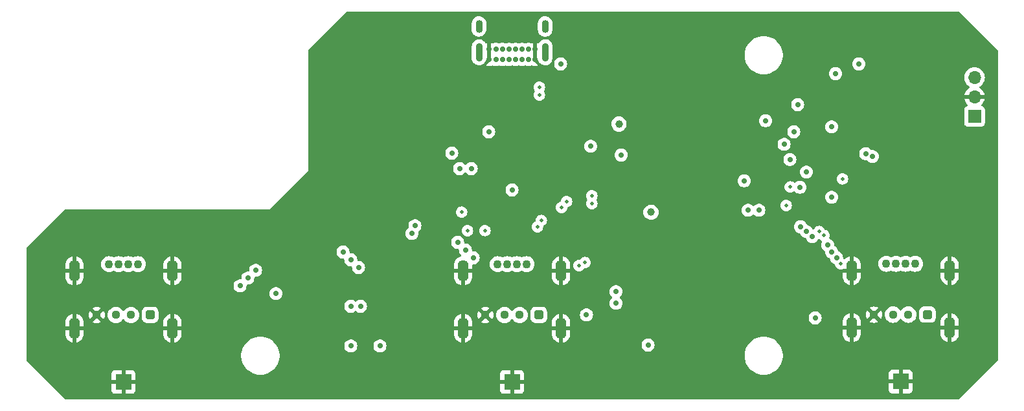
<source format=gbr>
%TF.GenerationSoftware,KiCad,Pcbnew,7.0.2-0*%
%TF.CreationDate,2024-02-19T15:31:33-08:00*%
%TF.ProjectId,led-usb-hub,6c65642d-7573-4622-9d68-75622e6b6963,rev?*%
%TF.SameCoordinates,Original*%
%TF.FileFunction,Copper,L3,Inr*%
%TF.FilePolarity,Positive*%
%FSLAX46Y46*%
G04 Gerber Fmt 4.6, Leading zero omitted, Abs format (unit mm)*
G04 Created by KiCad (PCBNEW 7.0.2-0) date 2024-02-19 15:31:33*
%MOMM*%
%LPD*%
G01*
G04 APERTURE LIST*
G04 Aperture macros list*
%AMRoundRect*
0 Rectangle with rounded corners*
0 $1 Rounding radius*
0 $2 $3 $4 $5 $6 $7 $8 $9 X,Y pos of 4 corners*
0 Add a 4 corners polygon primitive as box body*
4,1,4,$2,$3,$4,$5,$6,$7,$8,$9,$2,$3,0*
0 Add four circle primitives for the rounded corners*
1,1,$1+$1,$2,$3*
1,1,$1+$1,$4,$5*
1,1,$1+$1,$6,$7*
1,1,$1+$1,$8,$9*
0 Add four rect primitives between the rounded corners*
20,1,$1+$1,$2,$3,$4,$5,0*
20,1,$1+$1,$4,$5,$6,$7,0*
20,1,$1+$1,$6,$7,$8,$9,0*
20,1,$1+$1,$8,$9,$2,$3,0*%
G04 Aperture macros list end*
%TA.AperFunction,ComponentPad*%
%ADD10C,0.700000*%
%TD*%
%TA.AperFunction,ComponentPad*%
%ADD11O,0.900000X2.400000*%
%TD*%
%TA.AperFunction,ComponentPad*%
%ADD12O,0.900000X1.700000*%
%TD*%
%TA.AperFunction,ComponentPad*%
%ADD13RoundRect,0.141000X-0.423000X-0.423000X0.423000X-0.423000X0.423000X0.423000X-0.423000X0.423000X0*%
%TD*%
%TA.AperFunction,ComponentPad*%
%ADD14C,1.128000*%
%TD*%
%TA.AperFunction,ComponentPad*%
%ADD15C,1.100000*%
%TD*%
%TA.AperFunction,ComponentPad*%
%ADD16O,1.408000X2.816000*%
%TD*%
%TA.AperFunction,ComponentPad*%
%ADD17R,2.100000X2.100000*%
%TD*%
%TA.AperFunction,ComponentPad*%
%ADD18R,1.700000X1.700000*%
%TD*%
%TA.AperFunction,ComponentPad*%
%ADD19O,1.700000X1.700000*%
%TD*%
%TA.AperFunction,ViaPad*%
%ADD20C,0.500000*%
%TD*%
%TA.AperFunction,ViaPad*%
%ADD21C,1.000000*%
%TD*%
%TA.AperFunction,ViaPad*%
%ADD22C,0.700000*%
%TD*%
%TA.AperFunction,Conductor*%
%ADD23C,0.500000*%
%TD*%
G04 APERTURE END LIST*
D10*
%TO.N,Earth*%
%TO.C,J1*%
X100003000Y-88088000D03*
%TO.N,VUSB*%
X99153000Y-88088000D03*
%TO.N,/CC1*%
X98303000Y-88088000D03*
%TO.N,UD+*%
X97453000Y-88088000D03*
%TO.N,UD-*%
X96603000Y-88088000D03*
%TO.N,unconnected-(J1-SBU1-PadA8)*%
X95753000Y-88088000D03*
%TO.N,VUSB*%
X94903000Y-88088000D03*
%TO.N,Earth*%
X94053000Y-88088000D03*
X94053000Y-86738000D03*
%TO.N,VUSB*%
X94903000Y-86738000D03*
%TO.N,/CC2*%
X95753000Y-86738000D03*
%TO.N,UD+*%
X96603000Y-86738000D03*
%TO.N,UD-*%
X97453000Y-86738000D03*
%TO.N,unconnected-(J1-SBU2-PadB8)*%
X98303000Y-86738000D03*
%TO.N,VUSB*%
X99153000Y-86738000D03*
%TO.N,Earth*%
X100003000Y-86738000D03*
D11*
%TO.N,unconnected-(J1-SHIELD-PadS1)*%
X101353000Y-87108000D03*
D12*
%TO.N,unconnected-(J1-SHIELD-PadS2)*%
X101353000Y-83728000D03*
%TO.N,unconnected-(J1-SHIELD-PadS3)*%
X92703000Y-83728000D03*
D11*
%TO.N,unconnected-(J1-SHIELD-PadS4)*%
X92703000Y-87108000D03*
%TD*%
D13*
%TO.N,+5V_1*%
%TO.C,J2*%
X151328000Y-121496000D03*
D14*
%TO.N,U1-*%
X148828000Y-121496000D03*
%TO.N,U1+*%
X146828000Y-121496000D03*
%TO.N,Earth*%
X144328000Y-121496000D03*
D15*
%TO.N,/L1_B'*%
X145953000Y-114836000D03*
%TO.N,/L1_G'*%
X147203000Y-114836000D03*
%TO.N,/L1_R'*%
X149703000Y-114836000D03*
D16*
%TO.N,Earth*%
X141428000Y-123216000D03*
X154228000Y-123216000D03*
X141428000Y-115716000D03*
X154228000Y-115716000D03*
D17*
X147828000Y-130256000D03*
D15*
%TO.N,+3V3_PI*%
X148453000Y-114836000D03*
%TD*%
D13*
%TO.N,+5V_2*%
%TO.C,J3*%
X100528000Y-121542000D03*
D14*
%TO.N,U2-*%
X98028000Y-121542000D03*
%TO.N,U2+*%
X96028000Y-121542000D03*
%TO.N,Earth*%
X93528000Y-121542000D03*
D15*
%TO.N,/L2_B'*%
X95153000Y-114882000D03*
%TO.N,/L2_G'*%
X96403000Y-114882000D03*
%TO.N,/L2_R'*%
X98903000Y-114882000D03*
D16*
%TO.N,Earth*%
X90628000Y-123262000D03*
X103428000Y-123262000D03*
X90628000Y-115762000D03*
X103428000Y-115762000D03*
D17*
X97028000Y-130302000D03*
D15*
%TO.N,+3V3_PI*%
X97653000Y-114882000D03*
%TD*%
D18*
%TO.N,/SWCLK*%
%TO.C,J5*%
X157480000Y-95504000D03*
D19*
%TO.N,Earth*%
X157480000Y-92964000D03*
%TO.N,/SWDIO*%
X157480000Y-90424000D03*
%TD*%
D13*
%TO.N,+5V_3*%
%TO.C,J4*%
X49728000Y-121542000D03*
D14*
%TO.N,U3-*%
X47228000Y-121542000D03*
%TO.N,U3+*%
X45228000Y-121542000D03*
%TO.N,Earth*%
X42728000Y-121542000D03*
D15*
%TO.N,/L3_B'*%
X44353000Y-114882000D03*
%TO.N,/L3_G'*%
X45603000Y-114882000D03*
%TO.N,/L3_R'*%
X48103000Y-114882000D03*
D16*
%TO.N,Earth*%
X39828000Y-123262000D03*
X52628000Y-123262000D03*
X39828000Y-115762000D03*
X52628000Y-115762000D03*
D17*
X46228000Y-130302000D03*
D15*
%TO.N,+3V3_PI*%
X46853000Y-114882000D03*
%TD*%
D20*
%TO.N,/UD'+*%
X100584000Y-91694000D03*
%TO.N,/UD'-*%
X100584000Y-92710000D03*
D21*
%TO.N,VUSB*%
X115189000Y-108077000D03*
X110998000Y-96520000D03*
D22*
%TO.N,Earth*%
X94413000Y-125322501D03*
X41073000Y-110082501D03*
X150876000Y-105156000D03*
X71553000Y-98652501D03*
X60123000Y-129132501D03*
X67743000Y-106272501D03*
X117273000Y-102462501D03*
X56313000Y-129132501D03*
X75311000Y-87122000D03*
X56197000Y-115523000D03*
X143256000Y-88011000D03*
X102033000Y-125322501D03*
X155373000Y-83412501D03*
X82804000Y-114935000D03*
X124333000Y-97866000D03*
X102033000Y-94842501D03*
X123190000Y-103632000D03*
X37263000Y-117702501D03*
X79883000Y-119126000D03*
X137033000Y-100584000D03*
X159183000Y-110082501D03*
D21*
X99568000Y-84582000D03*
D22*
X86793000Y-98652501D03*
X127635000Y-114427000D03*
X75363000Y-106272501D03*
X103378000Y-84709000D03*
X94742000Y-103181686D03*
D20*
X46228000Y-119502800D03*
D22*
X37263000Y-125322501D03*
X151563000Y-98652501D03*
X82983000Y-83412501D03*
X132204000Y-111074000D03*
X132207000Y-119888000D03*
X90603000Y-91032501D03*
X71553000Y-129132501D03*
X90603000Y-94842501D03*
X143943000Y-129132501D03*
X48693000Y-125322501D03*
X159183000Y-125322501D03*
X155373000Y-106272501D03*
X143943000Y-117702501D03*
X84836000Y-102870000D03*
X144526000Y-114046000D03*
X107315000Y-92583000D03*
X112776000Y-84645500D03*
X83058000Y-87122000D03*
X117856000Y-85217000D03*
X113463000Y-91032501D03*
X151563000Y-117702501D03*
D20*
X125526800Y-100173000D03*
X93573600Y-119047501D03*
D22*
X94413000Y-129132501D03*
X37263000Y-110082501D03*
X121083000Y-94842501D03*
D21*
X94488000Y-84582000D03*
D22*
X159183000Y-98652501D03*
X136906000Y-96469000D03*
X105843000Y-129132501D03*
X71553000Y-87222501D03*
X128703000Y-83412501D03*
X82983000Y-121512501D03*
X75363000Y-102462501D03*
X138684000Y-100584000D03*
X159183000Y-117702501D03*
X41073000Y-129132501D03*
X109728000Y-104140000D03*
X82983000Y-98652501D03*
X140133000Y-129132501D03*
X153289000Y-83820000D03*
X99314000Y-97028000D03*
X79756000Y-123825000D03*
X96520000Y-101600000D03*
X71553000Y-102462501D03*
X113463000Y-129132501D03*
X37263000Y-121512501D03*
X159183000Y-113892501D03*
X48693000Y-129132501D03*
X112141000Y-108331000D03*
X121083000Y-91032501D03*
X75363000Y-94842501D03*
X159183000Y-121512501D03*
X132513000Y-83412501D03*
X143943000Y-125322501D03*
X86614000Y-114935000D03*
X117273000Y-91032501D03*
X118618000Y-123825000D03*
X124893000Y-91032501D03*
X102033000Y-91032501D03*
X67743000Y-129132501D03*
X124893000Y-129132501D03*
X56313000Y-125322501D03*
X37263000Y-113892501D03*
X118745000Y-119132500D03*
X68834000Y-108718500D03*
X86793000Y-121512501D03*
X79121000Y-91668600D03*
D20*
X100584000Y-93726000D03*
D22*
X125209000Y-120422000D03*
X159183000Y-102462501D03*
X82983000Y-125322501D03*
X137820400Y-101371200D03*
X151563000Y-129132501D03*
X109653000Y-129132501D03*
X147753000Y-125322501D03*
X60123000Y-110082501D03*
X88011000Y-104902000D03*
X37263000Y-129132501D03*
D20*
X107442000Y-107950000D03*
D22*
X71553000Y-121512501D03*
X124893000Y-102462501D03*
X90424000Y-88392000D03*
X75363000Y-98652501D03*
X93726000Y-96012000D03*
X105843000Y-125322501D03*
D20*
X97028000Y-94738500D03*
D22*
X91694000Y-98806000D03*
X71553000Y-106272501D03*
X147753000Y-98652501D03*
X131826000Y-96393000D03*
X82983000Y-102462501D03*
D20*
X107442000Y-104902000D03*
D22*
X113463000Y-102462501D03*
X105843000Y-102462501D03*
X60123000Y-125322501D03*
X63933000Y-121512501D03*
X113463000Y-87222501D03*
X67818000Y-114554000D03*
X140335000Y-113284000D03*
X107569000Y-84582000D03*
X71553000Y-94842501D03*
X117273000Y-87222501D03*
X137033000Y-102235000D03*
X75363000Y-129132501D03*
X100330000Y-104394000D03*
D20*
X100584000Y-90678000D03*
D22*
X155373000Y-129132501D03*
X44883000Y-125322501D03*
X112395000Y-112175000D03*
X57150000Y-108966000D03*
X102033000Y-129132501D03*
X71553000Y-91032501D03*
D20*
X147828000Y-119456800D03*
D22*
X112268000Y-94488000D03*
X94413000Y-91032501D03*
X67743000Y-125322501D03*
X84709000Y-88396607D03*
X138684000Y-102235000D03*
%TO.N,+1V1*%
X132588000Y-99187000D03*
X143256000Y-100406000D03*
X135509000Y-102819000D03*
%TO.N,+3V3_L*%
X107289600Y-99441000D03*
X93980000Y-97536000D03*
X97028000Y-105156000D03*
X91694000Y-102362000D03*
D20*
%TO.N,/U0'+*%
X107442000Y-106934000D03*
%TO.N,/U0'-*%
X107442000Y-105918000D03*
D22*
%TO.N,L2_R*%
X139446000Y-114046000D03*
X110617000Y-118491000D03*
%TO.N,L2_G*%
X110617000Y-120015000D03*
X138811000Y-113284000D03*
%TO.N,L2_B*%
X106754500Y-121539000D03*
X138303000Y-112395000D03*
%TO.N,L3_R*%
X76962000Y-115316000D03*
X91948000Y-114046000D03*
X61468000Y-117729000D03*
X136271000Y-111252000D03*
%TO.N,L3_G*%
X75946000Y-114300000D03*
X90932000Y-113030000D03*
X62484000Y-116713000D03*
X135509000Y-110617000D03*
%TO.N,L3_B*%
X74930000Y-113284000D03*
X63500000Y-115697000D03*
X134747000Y-109982000D03*
X89916000Y-112014000D03*
D20*
%TO.N,OC1*%
X100330000Y-109982000D03*
X139954000Y-114808000D03*
D22*
X114808000Y-125476000D03*
%TO.N,OC2*%
X83947000Y-110871000D03*
D20*
X105791000Y-115062000D03*
D22*
X79756000Y-125603000D03*
D20*
X137795000Y-111125000D03*
X93472000Y-110473500D03*
%TO.N,OC3*%
X106553000Y-114681000D03*
X137160000Y-110617000D03*
X90424000Y-108077000D03*
D22*
X75946000Y-125603000D03*
D20*
%TO.N,BOOTSEL*%
X140208000Y-103708000D03*
D22*
X142367000Y-88646000D03*
D20*
X133391500Y-104775000D03*
D22*
X127889000Y-107823000D03*
%TO.N,QSPI1*%
X129286000Y-107823000D03*
D20*
X132842000Y-107188000D03*
%TO.N,PWR_EN0*%
X104140000Y-106680000D03*
%TO.N,PWR_EN1*%
X100838000Y-109169200D03*
D22*
%TO.N,PWR_EN2*%
X77216000Y-120396000D03*
D20*
X91186000Y-110490000D03*
D22*
X84328000Y-109855000D03*
%TO.N,PWR_ON*%
X111302800Y-100584000D03*
%TO.N,PWR_EN3*%
X75946000Y-120396000D03*
D20*
%TO.N,OC0*%
X103505000Y-107442000D03*
D22*
%TO.N,+3V3_PI*%
X127381000Y-103962000D03*
X66167000Y-118745000D03*
X138811000Y-106121200D03*
X136652000Y-121920000D03*
X134366000Y-93980000D03*
X133350000Y-101168000D03*
X144145000Y-100787000D03*
X134650000Y-104808700D03*
X138820400Y-96901000D03*
X139319000Y-89916000D03*
X130175000Y-96088000D03*
X133858000Y-97536000D03*
%TO.N,/OSC_USB1*%
X89154000Y-100330000D03*
%TO.N,/CC1*%
X103378000Y-88646000D03*
%TO.N,/OSC_USB2'*%
X90170000Y-102362000D03*
%TD*%
D23*
%TO.N,Earth*%
X100003000Y-88088000D02*
X100003000Y-86738000D01*
X94053000Y-88088000D02*
X94053000Y-86738000D01*
X94053000Y-85017000D02*
X94053000Y-86738000D01*
X99568000Y-84582000D02*
X100003000Y-85017000D01*
X94488000Y-84582000D02*
X94053000Y-85017000D01*
X100003000Y-85017000D02*
X100003000Y-86738000D01*
%TD*%
%TA.AperFunction,Conductor*%
%TO.N,Earth*%
G36*
X155463469Y-81808185D02*
G01*
X155484111Y-81824819D01*
X160491181Y-86831888D01*
X160524666Y-86893211D01*
X160527500Y-86919569D01*
X160527500Y-127456430D01*
X160507815Y-127523469D01*
X160491181Y-127544111D01*
X155484111Y-132551181D01*
X155422788Y-132584666D01*
X155396430Y-132587500D01*
X38659569Y-132587500D01*
X38592530Y-132567815D01*
X38571888Y-132551181D01*
X37417225Y-131396518D01*
X44678000Y-131396518D01*
X44678354Y-131403132D01*
X44684400Y-131459371D01*
X44734647Y-131594089D01*
X44820811Y-131709188D01*
X44935910Y-131795352D01*
X45070628Y-131845599D01*
X45126867Y-131851645D01*
X45133482Y-131852000D01*
X45978000Y-131852000D01*
X45978000Y-131011329D01*
X46143005Y-131052000D01*
X46312995Y-131052000D01*
X46478000Y-131011329D01*
X46478000Y-131852000D01*
X47322518Y-131852000D01*
X47329132Y-131851645D01*
X47385371Y-131845599D01*
X47520089Y-131795352D01*
X47635188Y-131709188D01*
X47721352Y-131594089D01*
X47771599Y-131459371D01*
X47777645Y-131403132D01*
X47778000Y-131396518D01*
X95478000Y-131396518D01*
X95478354Y-131403132D01*
X95484400Y-131459371D01*
X95534647Y-131594089D01*
X95620811Y-131709188D01*
X95735910Y-131795352D01*
X95870628Y-131845599D01*
X95926867Y-131851645D01*
X95933482Y-131852000D01*
X96777999Y-131852000D01*
X96777999Y-131011329D01*
X96943005Y-131052000D01*
X97112995Y-131052000D01*
X97278000Y-131011329D01*
X97278000Y-131852000D01*
X98122518Y-131852000D01*
X98129132Y-131851645D01*
X98185371Y-131845599D01*
X98320089Y-131795352D01*
X98435188Y-131709188D01*
X98521352Y-131594089D01*
X98571599Y-131459371D01*
X98577645Y-131403132D01*
X98578000Y-131396518D01*
X98578000Y-131350518D01*
X146278000Y-131350518D01*
X146278354Y-131357132D01*
X146284400Y-131413371D01*
X146334647Y-131548089D01*
X146420811Y-131663188D01*
X146535910Y-131749352D01*
X146670628Y-131799599D01*
X146726867Y-131805645D01*
X146733482Y-131806000D01*
X147578000Y-131806000D01*
X147578000Y-130965329D01*
X147743005Y-131006000D01*
X147912995Y-131006000D01*
X148078000Y-130965329D01*
X148078000Y-131806000D01*
X148922518Y-131806000D01*
X148929132Y-131805645D01*
X148985371Y-131799599D01*
X149120089Y-131749352D01*
X149235188Y-131663188D01*
X149321352Y-131548089D01*
X149371599Y-131413371D01*
X149377645Y-131357132D01*
X149378000Y-131350518D01*
X149378000Y-130506000D01*
X148500800Y-130506000D01*
X148512651Y-130474751D01*
X148528000Y-130348340D01*
X148528000Y-130163660D01*
X148512651Y-130037249D01*
X148500800Y-130006000D01*
X149378000Y-130006000D01*
X149378000Y-129161481D01*
X149377645Y-129154867D01*
X149371599Y-129098628D01*
X149321352Y-128963910D01*
X149235188Y-128848811D01*
X149120089Y-128762647D01*
X148985371Y-128712400D01*
X148929132Y-128706354D01*
X148922518Y-128706000D01*
X148078000Y-128706000D01*
X148078000Y-129546670D01*
X147912995Y-129506000D01*
X147743005Y-129506000D01*
X147578000Y-129546670D01*
X147578000Y-128706000D01*
X146733482Y-128706000D01*
X146726867Y-128706354D01*
X146670628Y-128712400D01*
X146535910Y-128762647D01*
X146420811Y-128848811D01*
X146334647Y-128963910D01*
X146284400Y-129098628D01*
X146278354Y-129154867D01*
X146278000Y-129161481D01*
X146278000Y-130006000D01*
X147155200Y-130006000D01*
X147143349Y-130037249D01*
X147128000Y-130163660D01*
X147128000Y-130348340D01*
X147143349Y-130474751D01*
X147155200Y-130506000D01*
X146278000Y-130506000D01*
X146278000Y-131350518D01*
X98578000Y-131350518D01*
X98578000Y-130552000D01*
X97700800Y-130552000D01*
X97712651Y-130520751D01*
X97728000Y-130394340D01*
X97728000Y-130209660D01*
X97712651Y-130083249D01*
X97700800Y-130052000D01*
X98578000Y-130052000D01*
X98578000Y-129207481D01*
X98577645Y-129200867D01*
X98571599Y-129144628D01*
X98521352Y-129009910D01*
X98435188Y-128894811D01*
X98320089Y-128808647D01*
X98185371Y-128758400D01*
X98129132Y-128752354D01*
X98122518Y-128752000D01*
X97278000Y-128752000D01*
X97278000Y-129592670D01*
X97112995Y-129552000D01*
X96943005Y-129552000D01*
X96777999Y-129592670D01*
X96778000Y-128752000D01*
X95933482Y-128752000D01*
X95926867Y-128752354D01*
X95870628Y-128758400D01*
X95735910Y-128808647D01*
X95620811Y-128894811D01*
X95534647Y-129009910D01*
X95484400Y-129144628D01*
X95478354Y-129200867D01*
X95478000Y-129207481D01*
X95478000Y-130052000D01*
X96355200Y-130052000D01*
X96343349Y-130083249D01*
X96328000Y-130209660D01*
X96328000Y-130394340D01*
X96343349Y-130520751D01*
X96355200Y-130552000D01*
X95478000Y-130552000D01*
X95478000Y-131396518D01*
X47778000Y-131396518D01*
X47778000Y-130552000D01*
X46900800Y-130552000D01*
X46912651Y-130520751D01*
X46928000Y-130394340D01*
X46928000Y-130209660D01*
X46912651Y-130083249D01*
X46900800Y-130052000D01*
X47778000Y-130052000D01*
X47778000Y-129207481D01*
X47777645Y-129200867D01*
X47771599Y-129144628D01*
X47721352Y-129009910D01*
X47635188Y-128894811D01*
X47520089Y-128808647D01*
X47385371Y-128758400D01*
X47329132Y-128752354D01*
X47322518Y-128752000D01*
X46478000Y-128752000D01*
X46478000Y-129592670D01*
X46312995Y-129552000D01*
X46143005Y-129552000D01*
X45978000Y-129592670D01*
X45978000Y-128752000D01*
X45133482Y-128752000D01*
X45126867Y-128752354D01*
X45070628Y-128758400D01*
X44935910Y-128808647D01*
X44820811Y-128894811D01*
X44734647Y-129009910D01*
X44684400Y-129144628D01*
X44678354Y-129200867D01*
X44678000Y-129207481D01*
X44678000Y-130052000D01*
X45555200Y-130052000D01*
X45543349Y-130083249D01*
X45528000Y-130209660D01*
X45528000Y-130394340D01*
X45543349Y-130520751D01*
X45555200Y-130552000D01*
X44678000Y-130552000D01*
X44678000Y-131396518D01*
X37417225Y-131396518D01*
X33564819Y-127544111D01*
X33531334Y-127482788D01*
X33528500Y-127456430D01*
X33528500Y-127030318D01*
X61627500Y-127030318D01*
X61666934Y-127342473D01*
X61667904Y-127346251D01*
X61667905Y-127346256D01*
X61709543Y-127508424D01*
X61745181Y-127647225D01*
X61861006Y-127939766D01*
X61862880Y-127943176D01*
X61862884Y-127943183D01*
X62010710Y-128212076D01*
X62012584Y-128215484D01*
X62197522Y-128470030D01*
X62412906Y-128699390D01*
X62544975Y-128808647D01*
X62649128Y-128894811D01*
X62655337Y-128899947D01*
X62920993Y-129068537D01*
X63205685Y-129202503D01*
X63504921Y-129299731D01*
X63813985Y-129358688D01*
X64049417Y-129373500D01*
X64051378Y-129373500D01*
X64204622Y-129373500D01*
X64206583Y-129373500D01*
X64442015Y-129358688D01*
X64751079Y-129299731D01*
X65050315Y-129202503D01*
X65335007Y-129068537D01*
X65600663Y-128899947D01*
X65843094Y-128699390D01*
X66058478Y-128470030D01*
X66243416Y-128215484D01*
X66394994Y-127939766D01*
X66510819Y-127647225D01*
X66589066Y-127342473D01*
X66628500Y-127030318D01*
X127427500Y-127030318D01*
X127466934Y-127342473D01*
X127467904Y-127346251D01*
X127467905Y-127346256D01*
X127509543Y-127508424D01*
X127545181Y-127647225D01*
X127661006Y-127939766D01*
X127662880Y-127943176D01*
X127662884Y-127943183D01*
X127810710Y-128212076D01*
X127812584Y-128215484D01*
X127997522Y-128470030D01*
X128212906Y-128699390D01*
X128344975Y-128808647D01*
X128449128Y-128894811D01*
X128455337Y-128899947D01*
X128720993Y-129068537D01*
X129005685Y-129202503D01*
X129304921Y-129299731D01*
X129613985Y-129358688D01*
X129849417Y-129373500D01*
X129851378Y-129373500D01*
X130004622Y-129373500D01*
X130006583Y-129373500D01*
X130242015Y-129358688D01*
X130551079Y-129299731D01*
X130850315Y-129202503D01*
X131135007Y-129068537D01*
X131400663Y-128899947D01*
X131643094Y-128699390D01*
X131858478Y-128470030D01*
X132043416Y-128215484D01*
X132194994Y-127939766D01*
X132310819Y-127647225D01*
X132389066Y-127342473D01*
X132428500Y-127030318D01*
X132428500Y-126715682D01*
X132389066Y-126403527D01*
X132310819Y-126098775D01*
X132194994Y-125806234D01*
X132111194Y-125653804D01*
X132045289Y-125533923D01*
X132043416Y-125530516D01*
X131858478Y-125275970D01*
X131643094Y-125046610D01*
X131503258Y-124930927D01*
X131403665Y-124848536D01*
X131403660Y-124848532D01*
X131400663Y-124846053D01*
X131397375Y-124843966D01*
X131397369Y-124843962D01*
X131138293Y-124679548D01*
X131138288Y-124679545D01*
X131135007Y-124677463D01*
X131103572Y-124662671D01*
X130853834Y-124545153D01*
X130853835Y-124545153D01*
X130850315Y-124543497D01*
X130846612Y-124542293D01*
X130846610Y-124542293D01*
X130554788Y-124447474D01*
X130554786Y-124447473D01*
X130551079Y-124446269D01*
X130547254Y-124445539D01*
X130547249Y-124445538D01*
X130245841Y-124388041D01*
X130245827Y-124388039D01*
X130242015Y-124387312D01*
X130238121Y-124387067D01*
X130008545Y-124372623D01*
X130008531Y-124372622D01*
X130006583Y-124372500D01*
X129849417Y-124372500D01*
X129847469Y-124372622D01*
X129847454Y-124372623D01*
X129617878Y-124387067D01*
X129617876Y-124387067D01*
X129613985Y-124387312D01*
X129610174Y-124388038D01*
X129610158Y-124388041D01*
X129308750Y-124445538D01*
X129308741Y-124445540D01*
X129304921Y-124446269D01*
X129301217Y-124447472D01*
X129301211Y-124447474D01*
X129009389Y-124542293D01*
X129009382Y-124542295D01*
X129005685Y-124543497D01*
X129002170Y-124545150D01*
X129002165Y-124545153D01*
X128724511Y-124675807D01*
X128724504Y-124675810D01*
X128720993Y-124677463D01*
X128717717Y-124679541D01*
X128717706Y-124679548D01*
X128458630Y-124843962D01*
X128458616Y-124843971D01*
X128455337Y-124846053D01*
X128452346Y-124848526D01*
X128452334Y-124848536D01*
X128215902Y-125044131D01*
X128215897Y-125044135D01*
X128212906Y-125046610D01*
X128210248Y-125049440D01*
X128210241Y-125049447D01*
X128000190Y-125273128D01*
X128000183Y-125273135D01*
X127997522Y-125275970D01*
X127995236Y-125279115D01*
X127995228Y-125279126D01*
X127814872Y-125527366D01*
X127814867Y-125527372D01*
X127812584Y-125530516D01*
X127810717Y-125533911D01*
X127810710Y-125533923D01*
X127662884Y-125802816D01*
X127662877Y-125802829D01*
X127661006Y-125806234D01*
X127659572Y-125809853D01*
X127659568Y-125809864D01*
X127546615Y-126095152D01*
X127545181Y-126098775D01*
X127544214Y-126102539D01*
X127544212Y-126102547D01*
X127467905Y-126399743D01*
X127467903Y-126399751D01*
X127466934Y-126403527D01*
X127466445Y-126407394D01*
X127466444Y-126407402D01*
X127427988Y-126711815D01*
X127427987Y-126711823D01*
X127427500Y-126715682D01*
X127427500Y-127030318D01*
X66628500Y-127030318D01*
X66628500Y-126715682D01*
X66589066Y-126403527D01*
X66510819Y-126098775D01*
X66394994Y-125806234D01*
X66311194Y-125653804D01*
X66283264Y-125603000D01*
X75090815Y-125603000D01*
X75109503Y-125780804D01*
X75164749Y-125950835D01*
X75254140Y-126105665D01*
X75373771Y-126238527D01*
X75518403Y-126343610D01*
X75681735Y-126416330D01*
X75856607Y-126453500D01*
X75856609Y-126453500D01*
X76035393Y-126453500D01*
X76210264Y-126416330D01*
X76210265Y-126416329D01*
X76210267Y-126416329D01*
X76373593Y-126343612D01*
X76397146Y-126326500D01*
X76448306Y-126289329D01*
X76518230Y-126238526D01*
X76637859Y-126105665D01*
X76727250Y-125950835D01*
X76782497Y-125780803D01*
X76801185Y-125603000D01*
X76801185Y-125602999D01*
X78900815Y-125602999D01*
X78919503Y-125780804D01*
X78974749Y-125950835D01*
X79064140Y-126105665D01*
X79183771Y-126238527D01*
X79328403Y-126343610D01*
X79491735Y-126416330D01*
X79666607Y-126453500D01*
X79666609Y-126453500D01*
X79845393Y-126453500D01*
X80020264Y-126416330D01*
X80020265Y-126416329D01*
X80020267Y-126416329D01*
X80183593Y-126343612D01*
X80207146Y-126326500D01*
X80258306Y-126289329D01*
X80328230Y-126238526D01*
X80447859Y-126105665D01*
X80537250Y-125950835D01*
X80592497Y-125780803D01*
X80611185Y-125603000D01*
X80597837Y-125475999D01*
X113952815Y-125475999D01*
X113971503Y-125653804D01*
X114026749Y-125823835D01*
X114116140Y-125978665D01*
X114235771Y-126111527D01*
X114380403Y-126216610D01*
X114543735Y-126289330D01*
X114718607Y-126326500D01*
X114718609Y-126326500D01*
X114897393Y-126326500D01*
X115072264Y-126289330D01*
X115072265Y-126289329D01*
X115072267Y-126289329D01*
X115235593Y-126216612D01*
X115380230Y-126111526D01*
X115499859Y-125978665D01*
X115589250Y-125823835D01*
X115644497Y-125653803D01*
X115663185Y-125476000D01*
X115644497Y-125298197D01*
X115615840Y-125210001D01*
X115589250Y-125128164D01*
X115499859Y-124973334D01*
X115385253Y-124846053D01*
X115380230Y-124840474D01*
X115380229Y-124840473D01*
X115380228Y-124840472D01*
X115235596Y-124735389D01*
X115072264Y-124662669D01*
X114897393Y-124625500D01*
X114897391Y-124625500D01*
X114718609Y-124625500D01*
X114718607Y-124625500D01*
X114543735Y-124662669D01*
X114380408Y-124735387D01*
X114235768Y-124840474D01*
X114116140Y-124973334D01*
X114026749Y-125128164D01*
X113971503Y-125298195D01*
X113952815Y-125475999D01*
X80597837Y-125475999D01*
X80592497Y-125425197D01*
X80551232Y-125298197D01*
X80537250Y-125255164D01*
X80447859Y-125100334D01*
X80328228Y-124967472D01*
X80183596Y-124862389D01*
X80020264Y-124789669D01*
X79845393Y-124752500D01*
X79845391Y-124752500D01*
X79666609Y-124752500D01*
X79666607Y-124752500D01*
X79491735Y-124789669D01*
X79328408Y-124862387D01*
X79183768Y-124967474D01*
X79064140Y-125100334D01*
X78974749Y-125255164D01*
X78919503Y-125425195D01*
X78900815Y-125602999D01*
X76801185Y-125602999D01*
X76782497Y-125425197D01*
X76741232Y-125298197D01*
X76727250Y-125255164D01*
X76637859Y-125100334D01*
X76518228Y-124967472D01*
X76373596Y-124862389D01*
X76210264Y-124789669D01*
X76035393Y-124752500D01*
X76035391Y-124752500D01*
X75856609Y-124752500D01*
X75856607Y-124752500D01*
X75681735Y-124789669D01*
X75518408Y-124862387D01*
X75373768Y-124967474D01*
X75254140Y-125100334D01*
X75164749Y-125255164D01*
X75109503Y-125425195D01*
X75090815Y-125603000D01*
X66283264Y-125603000D01*
X66245289Y-125533923D01*
X66243416Y-125530516D01*
X66058478Y-125275970D01*
X65843094Y-125046610D01*
X65703258Y-124930927D01*
X65603665Y-124848536D01*
X65603660Y-124848532D01*
X65600663Y-124846053D01*
X65597375Y-124843966D01*
X65597369Y-124843962D01*
X65338293Y-124679548D01*
X65338288Y-124679545D01*
X65335007Y-124677463D01*
X65303572Y-124662671D01*
X65053834Y-124545153D01*
X65053835Y-124545153D01*
X65050315Y-124543497D01*
X65046612Y-124542293D01*
X65046610Y-124542293D01*
X64754788Y-124447474D01*
X64754786Y-124447473D01*
X64751079Y-124446269D01*
X64747254Y-124445539D01*
X64747249Y-124445538D01*
X64445841Y-124388041D01*
X64445827Y-124388039D01*
X64442015Y-124387312D01*
X64438121Y-124387067D01*
X64208545Y-124372623D01*
X64208531Y-124372622D01*
X64206583Y-124372500D01*
X64049417Y-124372500D01*
X64047469Y-124372622D01*
X64047454Y-124372623D01*
X63817878Y-124387067D01*
X63817876Y-124387067D01*
X63813985Y-124387312D01*
X63810174Y-124388038D01*
X63810158Y-124388041D01*
X63508750Y-124445538D01*
X63508741Y-124445540D01*
X63504921Y-124446269D01*
X63501217Y-124447472D01*
X63501211Y-124447474D01*
X63209389Y-124542293D01*
X63209382Y-124542295D01*
X63205685Y-124543497D01*
X63202170Y-124545150D01*
X63202165Y-124545153D01*
X62924511Y-124675807D01*
X62924504Y-124675810D01*
X62920993Y-124677463D01*
X62917717Y-124679541D01*
X62917706Y-124679548D01*
X62658630Y-124843962D01*
X62658616Y-124843971D01*
X62655337Y-124846053D01*
X62652346Y-124848526D01*
X62652334Y-124848536D01*
X62415902Y-125044131D01*
X62415897Y-125044135D01*
X62412906Y-125046610D01*
X62410248Y-125049440D01*
X62410241Y-125049447D01*
X62200190Y-125273128D01*
X62200183Y-125273135D01*
X62197522Y-125275970D01*
X62195236Y-125279115D01*
X62195228Y-125279126D01*
X62014872Y-125527366D01*
X62014867Y-125527372D01*
X62012584Y-125530516D01*
X62010717Y-125533911D01*
X62010710Y-125533923D01*
X61862884Y-125802816D01*
X61862877Y-125802829D01*
X61861006Y-125806234D01*
X61859572Y-125809853D01*
X61859568Y-125809864D01*
X61746615Y-126095152D01*
X61745181Y-126098775D01*
X61744214Y-126102539D01*
X61744212Y-126102547D01*
X61667905Y-126399743D01*
X61667903Y-126399751D01*
X61666934Y-126403527D01*
X61666445Y-126407394D01*
X61666444Y-126407402D01*
X61627988Y-126711815D01*
X61627987Y-126711823D01*
X61627500Y-126715682D01*
X61627500Y-127030318D01*
X33528500Y-127030318D01*
X33528500Y-124018791D01*
X38624000Y-124018791D01*
X38624265Y-124024524D01*
X38639429Y-124188182D01*
X38700494Y-124402799D01*
X38799950Y-124602537D01*
X38934421Y-124780605D01*
X39099317Y-124930927D01*
X39289031Y-125048393D01*
X39497099Y-125128998D01*
X39578000Y-125144121D01*
X39578000Y-124297277D01*
X39661740Y-124345625D01*
X39793992Y-124375810D01*
X39929265Y-124365673D01*
X40055541Y-124316113D01*
X40078000Y-124298202D01*
X40078000Y-125144121D01*
X40158900Y-125128998D01*
X40366968Y-125048393D01*
X40556682Y-124930927D01*
X40721578Y-124780605D01*
X40856049Y-124602537D01*
X40955505Y-124402799D01*
X41016570Y-124188182D01*
X41031734Y-124024524D01*
X41032000Y-124018791D01*
X51424000Y-124018791D01*
X51424265Y-124024524D01*
X51439429Y-124188182D01*
X51500494Y-124402799D01*
X51599950Y-124602537D01*
X51734421Y-124780605D01*
X51899317Y-124930927D01*
X52089031Y-125048393D01*
X52297099Y-125128998D01*
X52378000Y-125144121D01*
X52378000Y-124297277D01*
X52461740Y-124345625D01*
X52593992Y-124375810D01*
X52729265Y-124365673D01*
X52855541Y-124316113D01*
X52878000Y-124298202D01*
X52878000Y-125144121D01*
X52958900Y-125128998D01*
X53166968Y-125048393D01*
X53356682Y-124930927D01*
X53521578Y-124780605D01*
X53656049Y-124602537D01*
X53755505Y-124402799D01*
X53816570Y-124188182D01*
X53831734Y-124024524D01*
X53832000Y-124018791D01*
X89424000Y-124018791D01*
X89424265Y-124024524D01*
X89439429Y-124188182D01*
X89500494Y-124402799D01*
X89599950Y-124602537D01*
X89734421Y-124780605D01*
X89899317Y-124930927D01*
X90089031Y-125048393D01*
X90297099Y-125128998D01*
X90378000Y-125144121D01*
X90378000Y-124297277D01*
X90461740Y-124345625D01*
X90593992Y-124375810D01*
X90729265Y-124365673D01*
X90855541Y-124316113D01*
X90878000Y-124298202D01*
X90878000Y-125144121D01*
X90958900Y-125128998D01*
X91166968Y-125048393D01*
X91356682Y-124930927D01*
X91521578Y-124780605D01*
X91656049Y-124602537D01*
X91755505Y-124402799D01*
X91816570Y-124188182D01*
X91831734Y-124024524D01*
X91832000Y-124018791D01*
X102224000Y-124018791D01*
X102224265Y-124024524D01*
X102239429Y-124188182D01*
X102300494Y-124402799D01*
X102399950Y-124602537D01*
X102534421Y-124780605D01*
X102699317Y-124930927D01*
X102889031Y-125048393D01*
X103097099Y-125128998D01*
X103178000Y-125144121D01*
X103178000Y-124297277D01*
X103261740Y-124345625D01*
X103393992Y-124375810D01*
X103529265Y-124365673D01*
X103655541Y-124316113D01*
X103678000Y-124298202D01*
X103678000Y-125144121D01*
X103758900Y-125128998D01*
X103966968Y-125048393D01*
X104156682Y-124930927D01*
X104321578Y-124780605D01*
X104456049Y-124602537D01*
X104555505Y-124402799D01*
X104616570Y-124188182D01*
X104631734Y-124024524D01*
X104632000Y-124018791D01*
X104632000Y-123972791D01*
X140224000Y-123972791D01*
X140224265Y-123978524D01*
X140239429Y-124142182D01*
X140300494Y-124356799D01*
X140399950Y-124556537D01*
X140534421Y-124734605D01*
X140699317Y-124884927D01*
X140889031Y-125002393D01*
X141097099Y-125082998D01*
X141178000Y-125098121D01*
X141178000Y-124251277D01*
X141261740Y-124299625D01*
X141393992Y-124329810D01*
X141529265Y-124319673D01*
X141655541Y-124270113D01*
X141678000Y-124252202D01*
X141678000Y-125098121D01*
X141758900Y-125082998D01*
X141966968Y-125002393D01*
X142156682Y-124884927D01*
X142321578Y-124734605D01*
X142456049Y-124556537D01*
X142555505Y-124356799D01*
X142616570Y-124142182D01*
X142631734Y-123978524D01*
X142632000Y-123972791D01*
X153024000Y-123972791D01*
X153024265Y-123978524D01*
X153039429Y-124142182D01*
X153100494Y-124356799D01*
X153199950Y-124556537D01*
X153334421Y-124734605D01*
X153499317Y-124884927D01*
X153689031Y-125002393D01*
X153897099Y-125082998D01*
X153978000Y-125098121D01*
X153978000Y-124251277D01*
X154061740Y-124299625D01*
X154193992Y-124329810D01*
X154329265Y-124319673D01*
X154455541Y-124270113D01*
X154478000Y-124252202D01*
X154478000Y-125098121D01*
X154558900Y-125082998D01*
X154766968Y-125002393D01*
X154956682Y-124884927D01*
X155121578Y-124734605D01*
X155256049Y-124556537D01*
X155355505Y-124356799D01*
X155416570Y-124142182D01*
X155431734Y-123978524D01*
X155432000Y-123972791D01*
X155432000Y-123466000D01*
X154678000Y-123466000D01*
X154678000Y-122966000D01*
X155432000Y-122966000D01*
X155432000Y-122459208D01*
X155431734Y-122453475D01*
X155416570Y-122289817D01*
X155355505Y-122075200D01*
X155256049Y-121875462D01*
X155121578Y-121697394D01*
X154956682Y-121547072D01*
X154766968Y-121429606D01*
X154558897Y-121348999D01*
X154478001Y-121333876D01*
X154478000Y-121333877D01*
X154477999Y-122180721D01*
X154394260Y-122132375D01*
X154262008Y-122102190D01*
X154126735Y-122112327D01*
X154000459Y-122161887D01*
X153978000Y-122179797D01*
X153978000Y-121333877D01*
X153977998Y-121333876D01*
X153897102Y-121348999D01*
X153689031Y-121429606D01*
X153499317Y-121547072D01*
X153334421Y-121697394D01*
X153199950Y-121875462D01*
X153100494Y-122075200D01*
X153039429Y-122289817D01*
X153024265Y-122453475D01*
X153024000Y-122459208D01*
X153024000Y-122966000D01*
X153778000Y-122966000D01*
X153778000Y-123466000D01*
X153024000Y-123466000D01*
X153024000Y-123972791D01*
X142632000Y-123972791D01*
X142632000Y-123466000D01*
X141878000Y-123466000D01*
X141878000Y-122966000D01*
X142632000Y-122966000D01*
X142632000Y-122459208D01*
X142631734Y-122453475D01*
X142627276Y-122405366D01*
X143772186Y-122405366D01*
X143918852Y-122483762D01*
X144119422Y-122544605D01*
X144328000Y-122565147D01*
X144536577Y-122544605D01*
X144737147Y-122483762D01*
X144883813Y-122405367D01*
X144883813Y-122405366D01*
X144328001Y-121849553D01*
X144328000Y-121849553D01*
X143772186Y-122405366D01*
X142627276Y-122405366D01*
X142616570Y-122289817D01*
X142555505Y-122075200D01*
X142456049Y-121875462D01*
X142321578Y-121697394D01*
X142156682Y-121547072D01*
X142074198Y-121496000D01*
X143258852Y-121496000D01*
X143279394Y-121704577D01*
X143340238Y-121905149D01*
X143418631Y-122051813D01*
X143418632Y-122051813D01*
X143974446Y-121496000D01*
X143974446Y-121495999D01*
X143945348Y-121466901D01*
X144013975Y-121466901D01*
X144024669Y-121582305D01*
X144076329Y-121686053D01*
X144161979Y-121764133D01*
X144270051Y-121806000D01*
X144356727Y-121806000D01*
X144441925Y-121790074D01*
X144540463Y-121729061D01*
X144610308Y-121636573D01*
X144642025Y-121525099D01*
X144639329Y-121496000D01*
X144681553Y-121496000D01*
X145237366Y-122051813D01*
X145237367Y-122051813D01*
X145315762Y-121905147D01*
X145376605Y-121704577D01*
X145397147Y-121496000D01*
X145758349Y-121496000D01*
X145778901Y-121704677D01*
X145790282Y-121742195D01*
X145839771Y-121905338D01*
X145938618Y-122090266D01*
X146071643Y-122252357D01*
X146233734Y-122385382D01*
X146418662Y-122484229D01*
X146619321Y-122545098D01*
X146828000Y-122565651D01*
X147036679Y-122545098D01*
X147237338Y-122484229D01*
X147422266Y-122385382D01*
X147584357Y-122252357D01*
X147717382Y-122090266D01*
X147718641Y-122087909D01*
X147722740Y-122083737D01*
X147725130Y-122080825D01*
X147725390Y-122081038D01*
X147767604Y-122038065D01*
X147835741Y-122022604D01*
X147901421Y-122046435D01*
X147937358Y-122087909D01*
X147938618Y-122090266D01*
X148071643Y-122252357D01*
X148233734Y-122385382D01*
X148418662Y-122484229D01*
X148619321Y-122545098D01*
X148828000Y-122565651D01*
X149036679Y-122545098D01*
X149237338Y-122484229D01*
X149422266Y-122385382D01*
X149584357Y-122252357D01*
X149717382Y-122090266D01*
X149774297Y-121983786D01*
X150263500Y-121983786D01*
X150263690Y-121986207D01*
X150263691Y-121986218D01*
X150266362Y-122020153D01*
X150311580Y-122175794D01*
X150394087Y-122315306D01*
X150508693Y-122429912D01*
X150648205Y-122512419D01*
X150803846Y-122557637D01*
X150803850Y-122557638D01*
X150840214Y-122560500D01*
X150842659Y-122560500D01*
X151813341Y-122560500D01*
X151815786Y-122560500D01*
X151852150Y-122557638D01*
X152007795Y-122512419D01*
X152147305Y-122429913D01*
X152261913Y-122315305D01*
X152344419Y-122175795D01*
X152389638Y-122020150D01*
X152392500Y-121983786D01*
X152392500Y-121008214D01*
X152389638Y-120971850D01*
X152382631Y-120947733D01*
X152344419Y-120816205D01*
X152261912Y-120676693D01*
X152147306Y-120562087D01*
X152007794Y-120479580D01*
X151852153Y-120434362D01*
X151818218Y-120431691D01*
X151818207Y-120431690D01*
X151815786Y-120431500D01*
X150840214Y-120431500D01*
X150837793Y-120431690D01*
X150837781Y-120431691D01*
X150803846Y-120434362D01*
X150648205Y-120479580D01*
X150508693Y-120562087D01*
X150394087Y-120676693D01*
X150311580Y-120816205D01*
X150266362Y-120971846D01*
X150264152Y-120999936D01*
X150263500Y-121008214D01*
X150263500Y-121983786D01*
X149774297Y-121983786D01*
X149816229Y-121905338D01*
X149877098Y-121704679D01*
X149897651Y-121496000D01*
X149877098Y-121287321D01*
X149816229Y-121086662D01*
X149717382Y-120901734D01*
X149584357Y-120739643D01*
X149422266Y-120606618D01*
X149237338Y-120507771D01*
X149237337Y-120507770D01*
X149036677Y-120446901D01*
X148828000Y-120426349D01*
X148619322Y-120446901D01*
X148418661Y-120507771D01*
X148233733Y-120606618D01*
X148071643Y-120739643D01*
X147938617Y-120901734D01*
X147937357Y-120904093D01*
X147933256Y-120908267D01*
X147930870Y-120911175D01*
X147930609Y-120910961D01*
X147888393Y-120953936D01*
X147820255Y-120969395D01*
X147754576Y-120945561D01*
X147718643Y-120904093D01*
X147717382Y-120901734D01*
X147684941Y-120862205D01*
X147584357Y-120739643D01*
X147422266Y-120606618D01*
X147237338Y-120507771D01*
X147237338Y-120507770D01*
X147036677Y-120446901D01*
X146850797Y-120428594D01*
X146828000Y-120426349D01*
X146827999Y-120426349D01*
X146619322Y-120446901D01*
X146418661Y-120507771D01*
X146233733Y-120606618D01*
X146071643Y-120739643D01*
X145938618Y-120901733D01*
X145839771Y-121086661D01*
X145778901Y-121287322D01*
X145758349Y-121496000D01*
X145397147Y-121496000D01*
X145376605Y-121287422D01*
X145315762Y-121086852D01*
X145237366Y-120940186D01*
X144681553Y-121496000D01*
X144639329Y-121496000D01*
X144631331Y-121409695D01*
X144579671Y-121305947D01*
X144494021Y-121227867D01*
X144385949Y-121186000D01*
X144299273Y-121186000D01*
X144214075Y-121201926D01*
X144115537Y-121262939D01*
X144045692Y-121355427D01*
X144013975Y-121466901D01*
X143945348Y-121466901D01*
X143418632Y-120940186D01*
X143340235Y-121086855D01*
X143279395Y-121287418D01*
X143258852Y-121496000D01*
X142074198Y-121496000D01*
X141966968Y-121429606D01*
X141758897Y-121348999D01*
X141678001Y-121333876D01*
X141678000Y-121333877D01*
X141678000Y-122180722D01*
X141594260Y-122132375D01*
X141462008Y-122102190D01*
X141326735Y-122112327D01*
X141200459Y-122161887D01*
X141178000Y-122179797D01*
X141178000Y-121333877D01*
X141177998Y-121333876D01*
X141097102Y-121348999D01*
X140889031Y-121429606D01*
X140699317Y-121547072D01*
X140534421Y-121697394D01*
X140399950Y-121875462D01*
X140300494Y-122075200D01*
X140239429Y-122289817D01*
X140224265Y-122453475D01*
X140224000Y-122459208D01*
X140224000Y-122966000D01*
X140978000Y-122966000D01*
X140978000Y-123466000D01*
X140224000Y-123466000D01*
X140224000Y-123972791D01*
X104632000Y-123972791D01*
X104632000Y-123512000D01*
X103878000Y-123512000D01*
X103878000Y-123012000D01*
X104632000Y-123012000D01*
X104632000Y-122505208D01*
X104631734Y-122499475D01*
X104616570Y-122335817D01*
X104555505Y-122121200D01*
X104456049Y-121921462D01*
X104321578Y-121743394D01*
X104156682Y-121593072D01*
X104069353Y-121539000D01*
X105899315Y-121539000D01*
X105902689Y-121571099D01*
X105918003Y-121716804D01*
X105973249Y-121886835D01*
X106062640Y-122041665D01*
X106182271Y-122174527D01*
X106326903Y-122279610D01*
X106326906Y-122279611D01*
X106326907Y-122279612D01*
X106435790Y-122328090D01*
X106490235Y-122352330D01*
X106665107Y-122389500D01*
X106665109Y-122389500D01*
X106843893Y-122389500D01*
X107018764Y-122352330D01*
X107018765Y-122352329D01*
X107018767Y-122352329D01*
X107182093Y-122279612D01*
X107198303Y-122267835D01*
X107324983Y-122175795D01*
X107326730Y-122174526D01*
X107446359Y-122041665D01*
X107516602Y-121920000D01*
X135796815Y-121920000D01*
X135815503Y-122097804D01*
X135870749Y-122267835D01*
X135960140Y-122422665D01*
X136079771Y-122555527D01*
X136224403Y-122660610D01*
X136387735Y-122733330D01*
X136562607Y-122770500D01*
X136562609Y-122770500D01*
X136741393Y-122770500D01*
X136916264Y-122733330D01*
X136916265Y-122733329D01*
X136916267Y-122733329D01*
X137079593Y-122660612D01*
X137224230Y-122555526D01*
X137343859Y-122422665D01*
X137433250Y-122267835D01*
X137488497Y-122097803D01*
X137507185Y-121920000D01*
X137488497Y-121742197D01*
X137433250Y-121572165D01*
X137433250Y-121572164D01*
X137343859Y-121417334D01*
X137224228Y-121284472D01*
X137079596Y-121179389D01*
X136916264Y-121106669D01*
X136741393Y-121069500D01*
X136741391Y-121069500D01*
X136562609Y-121069500D01*
X136562607Y-121069500D01*
X136387735Y-121106669D01*
X136224408Y-121179387D01*
X136079768Y-121284474D01*
X135960140Y-121417334D01*
X135870749Y-121572164D01*
X135815503Y-121742195D01*
X135796815Y-121920000D01*
X107516602Y-121920000D01*
X107535750Y-121886835D01*
X107590997Y-121716803D01*
X107609685Y-121539000D01*
X107590997Y-121361197D01*
X107541652Y-121209329D01*
X107535750Y-121191164D01*
X107446359Y-121036334D01*
X107333471Y-120910961D01*
X107326730Y-120903474D01*
X107326729Y-120903473D01*
X107326728Y-120903472D01*
X107182096Y-120798389D01*
X107018764Y-120725669D01*
X106843893Y-120688500D01*
X106843891Y-120688500D01*
X106665109Y-120688500D01*
X106665107Y-120688500D01*
X106490235Y-120725669D01*
X106326908Y-120798387D01*
X106182268Y-120903474D01*
X106062640Y-121036334D01*
X105973249Y-121191164D01*
X105918003Y-121361195D01*
X105902058Y-121512901D01*
X105899315Y-121539000D01*
X104069353Y-121539000D01*
X103966968Y-121475606D01*
X103758897Y-121394999D01*
X103678001Y-121379876D01*
X103678000Y-121379877D01*
X103677999Y-122226722D01*
X103594260Y-122178375D01*
X103462008Y-122148190D01*
X103326735Y-122158327D01*
X103200459Y-122207887D01*
X103178000Y-122225797D01*
X103178000Y-121379877D01*
X103177998Y-121379876D01*
X103097102Y-121394999D01*
X102889031Y-121475606D01*
X102699317Y-121593072D01*
X102534421Y-121743394D01*
X102399950Y-121921462D01*
X102300494Y-122121200D01*
X102239429Y-122335817D01*
X102224265Y-122499475D01*
X102224000Y-122505208D01*
X102224000Y-123012000D01*
X102978000Y-123012000D01*
X102978000Y-123512000D01*
X102224000Y-123512000D01*
X102224000Y-124018791D01*
X91832000Y-124018791D01*
X91832000Y-123512000D01*
X91078000Y-123512000D01*
X91078000Y-123012000D01*
X91832000Y-123012000D01*
X91832000Y-122505208D01*
X91831734Y-122499475D01*
X91827276Y-122451366D01*
X92972186Y-122451366D01*
X93118852Y-122529762D01*
X93319422Y-122590605D01*
X93528000Y-122611147D01*
X93736577Y-122590605D01*
X93937147Y-122529762D01*
X94083813Y-122451367D01*
X94083813Y-122451366D01*
X93528001Y-121895553D01*
X93528000Y-121895553D01*
X92972186Y-122451366D01*
X91827276Y-122451366D01*
X91816570Y-122335817D01*
X91755505Y-122121200D01*
X91656049Y-121921462D01*
X91521578Y-121743394D01*
X91356682Y-121593072D01*
X91274196Y-121541999D01*
X92458852Y-121541999D01*
X92479394Y-121750577D01*
X92540238Y-121951149D01*
X92618631Y-122097813D01*
X92618632Y-122097813D01*
X93174446Y-121542000D01*
X93145347Y-121512901D01*
X93213975Y-121512901D01*
X93224669Y-121628305D01*
X93276329Y-121732053D01*
X93361979Y-121810133D01*
X93470051Y-121852000D01*
X93556727Y-121852000D01*
X93641925Y-121836074D01*
X93740463Y-121775061D01*
X93810308Y-121682573D01*
X93842025Y-121571099D01*
X93839329Y-121542000D01*
X93881553Y-121542000D01*
X94437366Y-122097813D01*
X94437367Y-122097813D01*
X94515762Y-121951147D01*
X94576605Y-121750577D01*
X94597147Y-121541999D01*
X94958349Y-121541999D01*
X94978901Y-121750677D01*
X94978902Y-121750679D01*
X95039771Y-121951338D01*
X95138618Y-122136266D01*
X95271643Y-122298357D01*
X95433734Y-122431382D01*
X95618662Y-122530229D01*
X95819321Y-122591098D01*
X96028000Y-122611651D01*
X96236679Y-122591098D01*
X96437338Y-122530229D01*
X96622266Y-122431382D01*
X96784357Y-122298357D01*
X96917382Y-122136266D01*
X96918639Y-122133913D01*
X96922733Y-122129745D01*
X96925130Y-122126825D01*
X96925391Y-122127039D01*
X96967596Y-122084068D01*
X97035733Y-122068603D01*
X97101414Y-122092431D01*
X97137354Y-122133903D01*
X97138615Y-122136262D01*
X97138617Y-122136265D01*
X97138618Y-122136266D01*
X97271643Y-122298357D01*
X97433734Y-122431382D01*
X97618662Y-122530229D01*
X97819321Y-122591098D01*
X98028000Y-122611651D01*
X98236679Y-122591098D01*
X98437338Y-122530229D01*
X98622266Y-122431382D01*
X98784357Y-122298357D01*
X98917382Y-122136266D01*
X98974297Y-122029786D01*
X99463500Y-122029786D01*
X99463690Y-122032207D01*
X99463691Y-122032218D01*
X99466362Y-122066153D01*
X99511580Y-122221794D01*
X99594087Y-122361306D01*
X99708693Y-122475912D01*
X99848205Y-122558419D01*
X100003846Y-122603637D01*
X100003850Y-122603638D01*
X100040214Y-122606500D01*
X100042659Y-122606500D01*
X101013341Y-122606500D01*
X101015786Y-122606500D01*
X101052150Y-122603638D01*
X101207795Y-122558419D01*
X101347305Y-122475913D01*
X101461913Y-122361305D01*
X101544419Y-122221795D01*
X101589638Y-122066150D01*
X101592500Y-122029786D01*
X101592500Y-121054214D01*
X101589638Y-121017850D01*
X101588924Y-121015394D01*
X101544419Y-120862205D01*
X101461912Y-120722693D01*
X101347306Y-120608087D01*
X101207794Y-120525580D01*
X101052153Y-120480362D01*
X101018218Y-120477691D01*
X101018207Y-120477690D01*
X101015786Y-120477500D01*
X100040214Y-120477500D01*
X100037793Y-120477690D01*
X100037781Y-120477691D01*
X100003846Y-120480362D01*
X99848205Y-120525580D01*
X99708693Y-120608087D01*
X99594087Y-120722693D01*
X99511580Y-120862205D01*
X99466362Y-121017846D01*
X99465286Y-121031527D01*
X99463500Y-121054214D01*
X99463500Y-122029786D01*
X98974297Y-122029786D01*
X99016229Y-121951338D01*
X99077098Y-121750679D01*
X99097651Y-121542000D01*
X99077098Y-121333321D01*
X99016229Y-121132662D01*
X98917382Y-120947734D01*
X98784357Y-120785643D01*
X98622266Y-120652618D01*
X98437338Y-120553771D01*
X98344408Y-120525581D01*
X98236677Y-120492901D01*
X98028000Y-120472349D01*
X97819322Y-120492901D01*
X97618661Y-120553771D01*
X97433733Y-120652618D01*
X97271643Y-120785643D01*
X97138617Y-120947734D01*
X97137357Y-120950093D01*
X97133256Y-120954267D01*
X97130870Y-120957175D01*
X97130609Y-120956961D01*
X97088393Y-120999936D01*
X97020255Y-121015395D01*
X96954576Y-120991561D01*
X96918643Y-120950093D01*
X96917382Y-120947734D01*
X96911187Y-120940186D01*
X96784357Y-120785643D01*
X96622266Y-120652618D01*
X96437338Y-120553771D01*
X96344408Y-120525581D01*
X96236677Y-120492901D01*
X96028000Y-120472349D01*
X95819322Y-120492901D01*
X95618661Y-120553771D01*
X95433733Y-120652618D01*
X95271643Y-120785643D01*
X95138618Y-120947733D01*
X95039771Y-121132661D01*
X94978901Y-121333322D01*
X94958349Y-121541999D01*
X94597147Y-121541999D01*
X94576605Y-121333422D01*
X94515762Y-121132852D01*
X94437366Y-120986186D01*
X93881553Y-121542000D01*
X93839329Y-121542000D01*
X93831331Y-121455695D01*
X93779671Y-121351947D01*
X93694021Y-121273867D01*
X93585949Y-121232000D01*
X93499273Y-121232000D01*
X93414075Y-121247926D01*
X93315537Y-121308939D01*
X93245692Y-121401427D01*
X93213975Y-121512901D01*
X93145347Y-121512901D01*
X92618632Y-120986186D01*
X92540235Y-121132855D01*
X92479395Y-121333418D01*
X92458852Y-121541999D01*
X91274196Y-121541999D01*
X91166968Y-121475606D01*
X90958897Y-121394999D01*
X90878001Y-121379876D01*
X90878000Y-121379877D01*
X90878000Y-122226722D01*
X90794260Y-122178375D01*
X90662008Y-122148190D01*
X90526735Y-122158327D01*
X90400459Y-122207887D01*
X90378000Y-122225797D01*
X90378000Y-121379877D01*
X90377998Y-121379876D01*
X90297102Y-121394999D01*
X90089031Y-121475606D01*
X89899317Y-121593072D01*
X89734421Y-121743394D01*
X89599950Y-121921462D01*
X89500494Y-122121200D01*
X89439429Y-122335817D01*
X89424265Y-122499475D01*
X89424000Y-122505208D01*
X89424000Y-123012000D01*
X90178000Y-123012000D01*
X90178000Y-123512000D01*
X89424000Y-123512000D01*
X89424000Y-124018791D01*
X53832000Y-124018791D01*
X53832000Y-123512000D01*
X53078000Y-123512000D01*
X53078000Y-123012000D01*
X53832000Y-123012000D01*
X53832000Y-122505208D01*
X53831734Y-122499475D01*
X53816570Y-122335817D01*
X53755505Y-122121200D01*
X53656049Y-121921462D01*
X53521578Y-121743394D01*
X53356682Y-121593072D01*
X53166968Y-121475606D01*
X52958897Y-121394999D01*
X52878001Y-121379876D01*
X52878000Y-121379877D01*
X52878000Y-122226722D01*
X52794260Y-122178375D01*
X52662008Y-122148190D01*
X52526735Y-122158327D01*
X52400459Y-122207887D01*
X52378000Y-122225797D01*
X52378000Y-121379877D01*
X52377998Y-121379876D01*
X52297102Y-121394999D01*
X52089031Y-121475606D01*
X51899317Y-121593072D01*
X51734421Y-121743394D01*
X51599950Y-121921462D01*
X51500494Y-122121200D01*
X51439429Y-122335817D01*
X51424265Y-122499475D01*
X51424000Y-122505208D01*
X51424000Y-123012000D01*
X52178000Y-123012000D01*
X52178000Y-123512000D01*
X51424000Y-123512000D01*
X51424000Y-124018791D01*
X41032000Y-124018791D01*
X41032000Y-123512000D01*
X40278000Y-123512000D01*
X40278000Y-123012000D01*
X41032000Y-123012000D01*
X41032000Y-122505208D01*
X41031734Y-122499475D01*
X41027276Y-122451366D01*
X42172186Y-122451366D01*
X42318852Y-122529762D01*
X42519422Y-122590605D01*
X42728000Y-122611147D01*
X42936577Y-122590605D01*
X43137147Y-122529762D01*
X43283813Y-122451367D01*
X43283813Y-122451366D01*
X42728001Y-121895553D01*
X42728000Y-121895553D01*
X42172186Y-122451366D01*
X41027276Y-122451366D01*
X41016570Y-122335817D01*
X40955505Y-122121200D01*
X40856049Y-121921462D01*
X40721578Y-121743394D01*
X40556682Y-121593072D01*
X40474198Y-121542000D01*
X41658852Y-121542000D01*
X41679394Y-121750577D01*
X41740238Y-121951149D01*
X41818631Y-122097813D01*
X41818632Y-122097813D01*
X42374446Y-121542000D01*
X42345347Y-121512901D01*
X42413975Y-121512901D01*
X42424669Y-121628305D01*
X42476329Y-121732053D01*
X42561979Y-121810133D01*
X42670051Y-121852000D01*
X42756727Y-121852000D01*
X42841925Y-121836074D01*
X42940463Y-121775061D01*
X43010308Y-121682573D01*
X43042025Y-121571099D01*
X43039329Y-121542000D01*
X43081553Y-121542000D01*
X43637366Y-122097813D01*
X43637367Y-122097813D01*
X43715762Y-121951147D01*
X43776605Y-121750577D01*
X43797147Y-121541999D01*
X44158349Y-121541999D01*
X44178901Y-121750677D01*
X44178902Y-121750679D01*
X44239771Y-121951338D01*
X44338618Y-122136266D01*
X44471643Y-122298357D01*
X44633734Y-122431382D01*
X44818662Y-122530229D01*
X45019321Y-122591098D01*
X45228000Y-122611651D01*
X45436679Y-122591098D01*
X45637338Y-122530229D01*
X45822266Y-122431382D01*
X45984357Y-122298357D01*
X46117382Y-122136266D01*
X46118641Y-122133909D01*
X46122740Y-122129737D01*
X46125130Y-122126825D01*
X46125390Y-122127038D01*
X46167604Y-122084065D01*
X46235741Y-122068604D01*
X46301421Y-122092435D01*
X46337358Y-122133909D01*
X46338617Y-122136265D01*
X46348404Y-122148190D01*
X46471643Y-122298357D01*
X46633734Y-122431382D01*
X46818662Y-122530229D01*
X47019321Y-122591098D01*
X47228000Y-122611651D01*
X47436679Y-122591098D01*
X47637338Y-122530229D01*
X47822266Y-122431382D01*
X47984357Y-122298357D01*
X48117382Y-122136266D01*
X48174297Y-122029786D01*
X48663500Y-122029786D01*
X48663690Y-122032207D01*
X48663691Y-122032218D01*
X48666362Y-122066153D01*
X48711580Y-122221794D01*
X48794087Y-122361306D01*
X48908693Y-122475912D01*
X49048205Y-122558419D01*
X49203846Y-122603637D01*
X49203850Y-122603638D01*
X49240214Y-122606500D01*
X49242659Y-122606500D01*
X50213341Y-122606500D01*
X50215786Y-122606500D01*
X50252150Y-122603638D01*
X50407795Y-122558419D01*
X50547305Y-122475913D01*
X50661913Y-122361305D01*
X50744419Y-122221795D01*
X50789638Y-122066150D01*
X50792500Y-122029786D01*
X50792500Y-121054214D01*
X50789638Y-121017850D01*
X50788924Y-121015394D01*
X50744419Y-120862205D01*
X50661912Y-120722693D01*
X50547306Y-120608087D01*
X50407794Y-120525580D01*
X50252153Y-120480362D01*
X50218218Y-120477691D01*
X50218207Y-120477690D01*
X50215786Y-120477500D01*
X49240214Y-120477500D01*
X49237793Y-120477690D01*
X49237781Y-120477691D01*
X49203846Y-120480362D01*
X49048205Y-120525580D01*
X48908693Y-120608087D01*
X48794087Y-120722693D01*
X48711580Y-120862205D01*
X48666362Y-121017846D01*
X48665286Y-121031527D01*
X48663500Y-121054214D01*
X48663500Y-122029786D01*
X48174297Y-122029786D01*
X48216229Y-121951338D01*
X48277098Y-121750679D01*
X48297651Y-121542000D01*
X48277098Y-121333321D01*
X48216229Y-121132662D01*
X48117382Y-120947734D01*
X47984357Y-120785643D01*
X47822266Y-120652618D01*
X47637338Y-120553771D01*
X47544408Y-120525581D01*
X47436677Y-120492901D01*
X47250797Y-120474594D01*
X47228000Y-120472349D01*
X47227999Y-120472349D01*
X47019322Y-120492901D01*
X46818661Y-120553771D01*
X46633733Y-120652618D01*
X46471643Y-120785643D01*
X46338617Y-120947734D01*
X46337357Y-120950093D01*
X46333256Y-120954267D01*
X46330870Y-120957175D01*
X46330609Y-120956961D01*
X46288393Y-120999936D01*
X46220255Y-121015395D01*
X46154576Y-120991561D01*
X46118643Y-120950093D01*
X46117382Y-120947734D01*
X46111187Y-120940186D01*
X45984357Y-120785643D01*
X45822266Y-120652618D01*
X45637338Y-120553771D01*
X45544408Y-120525581D01*
X45436677Y-120492901D01*
X45228000Y-120472349D01*
X45019322Y-120492901D01*
X44818661Y-120553771D01*
X44633733Y-120652618D01*
X44471643Y-120785643D01*
X44338618Y-120947733D01*
X44239771Y-121132661D01*
X44178901Y-121333322D01*
X44158349Y-121541999D01*
X43797147Y-121541999D01*
X43776605Y-121333422D01*
X43715762Y-121132852D01*
X43637366Y-120986186D01*
X43081553Y-121542000D01*
X43039329Y-121542000D01*
X43031331Y-121455695D01*
X42979671Y-121351947D01*
X42894021Y-121273867D01*
X42785949Y-121232000D01*
X42699273Y-121232000D01*
X42614075Y-121247926D01*
X42515537Y-121308939D01*
X42445692Y-121401427D01*
X42413975Y-121512901D01*
X42345347Y-121512901D01*
X41818632Y-120986186D01*
X41740235Y-121132855D01*
X41679395Y-121333418D01*
X41658852Y-121542000D01*
X40474198Y-121542000D01*
X40366968Y-121475606D01*
X40158897Y-121394999D01*
X40078001Y-121379876D01*
X40078000Y-121379877D01*
X40078000Y-122226722D01*
X39994260Y-122178375D01*
X39862008Y-122148190D01*
X39726735Y-122158327D01*
X39600459Y-122207887D01*
X39578000Y-122225797D01*
X39578000Y-121379877D01*
X39577998Y-121379876D01*
X39497102Y-121394999D01*
X39289031Y-121475606D01*
X39099317Y-121593072D01*
X38934421Y-121743394D01*
X38799950Y-121921462D01*
X38700494Y-122121200D01*
X38639429Y-122335817D01*
X38624265Y-122499475D01*
X38624000Y-122505208D01*
X38624000Y-123012000D01*
X39378000Y-123012000D01*
X39378000Y-123512000D01*
X38624000Y-123512000D01*
X38624000Y-124018791D01*
X33528500Y-124018791D01*
X33528500Y-120632632D01*
X42172186Y-120632632D01*
X42728000Y-121188446D01*
X42728001Y-121188446D01*
X43283813Y-120632632D01*
X43283813Y-120632631D01*
X43137149Y-120554238D01*
X42936577Y-120493394D01*
X42728000Y-120472852D01*
X42519418Y-120493395D01*
X42318855Y-120554235D01*
X42172186Y-120632632D01*
X33528500Y-120632632D01*
X33528500Y-120395999D01*
X75090815Y-120395999D01*
X75109503Y-120573804D01*
X75164749Y-120743835D01*
X75254140Y-120898665D01*
X75373771Y-121031527D01*
X75518403Y-121136610D01*
X75518406Y-121136611D01*
X75518407Y-121136612D01*
X75596689Y-121171465D01*
X75681735Y-121209330D01*
X75856607Y-121246500D01*
X75856609Y-121246500D01*
X76035393Y-121246500D01*
X76210264Y-121209330D01*
X76210265Y-121209329D01*
X76210267Y-121209329D01*
X76373593Y-121136612D01*
X76508117Y-121038873D01*
X76573919Y-121015394D01*
X76641973Y-121031219D01*
X76653869Y-121038863D01*
X76744618Y-121104797D01*
X76788406Y-121136612D01*
X76951735Y-121209330D01*
X77126607Y-121246500D01*
X77126609Y-121246500D01*
X77305393Y-121246500D01*
X77480264Y-121209330D01*
X77480265Y-121209329D01*
X77480267Y-121209329D01*
X77643593Y-121136612D01*
X77658936Y-121125465D01*
X77712081Y-121086852D01*
X77788230Y-121031526D01*
X77907859Y-120898665D01*
X77997250Y-120743835D01*
X78033382Y-120632632D01*
X92972186Y-120632632D01*
X93528000Y-121188446D01*
X93528001Y-121188446D01*
X94083813Y-120632632D01*
X94083813Y-120632631D01*
X93937149Y-120554238D01*
X93736577Y-120493394D01*
X93528000Y-120472852D01*
X93319418Y-120493395D01*
X93118855Y-120554235D01*
X92972186Y-120632632D01*
X78033382Y-120632632D01*
X78052497Y-120573803D01*
X78071185Y-120396000D01*
X78052497Y-120218197D01*
X77997250Y-120048165D01*
X77997250Y-120048164D01*
X77978102Y-120014999D01*
X109761815Y-120014999D01*
X109780503Y-120192804D01*
X109835749Y-120362835D01*
X109925140Y-120517665D01*
X110044771Y-120650527D01*
X110189403Y-120755610D01*
X110352735Y-120828330D01*
X110527607Y-120865500D01*
X110527609Y-120865500D01*
X110706393Y-120865500D01*
X110881264Y-120828330D01*
X110881265Y-120828329D01*
X110881267Y-120828329D01*
X111044593Y-120755612D01*
X111060803Y-120743835D01*
X111089902Y-120722693D01*
X111189230Y-120650526D01*
X111246761Y-120586632D01*
X143772186Y-120586632D01*
X144328000Y-121142446D01*
X144328001Y-121142446D01*
X144883813Y-120586632D01*
X144883813Y-120586631D01*
X144737149Y-120508238D01*
X144536577Y-120447394D01*
X144328000Y-120426852D01*
X144119418Y-120447395D01*
X143918855Y-120508235D01*
X143772186Y-120586632D01*
X111246761Y-120586632D01*
X111308859Y-120517665D01*
X111398250Y-120362835D01*
X111453497Y-120192803D01*
X111472185Y-120015000D01*
X111453497Y-119837197D01*
X111398250Y-119667165D01*
X111398250Y-119667164D01*
X111308859Y-119512334D01*
X111252178Y-119449385D01*
X111189230Y-119379474D01*
X111153228Y-119353316D01*
X111110563Y-119297988D01*
X111104584Y-119228375D01*
X111137190Y-119166580D01*
X111153225Y-119152685D01*
X111189230Y-119126526D01*
X111308859Y-118993665D01*
X111398250Y-118838835D01*
X111453497Y-118668803D01*
X111472185Y-118491000D01*
X111453497Y-118313197D01*
X111398250Y-118143165D01*
X111398250Y-118143164D01*
X111308859Y-117988334D01*
X111189228Y-117855472D01*
X111044596Y-117750389D01*
X110881264Y-117677669D01*
X110706393Y-117640500D01*
X110706391Y-117640500D01*
X110527609Y-117640500D01*
X110527607Y-117640500D01*
X110352735Y-117677669D01*
X110189408Y-117750387D01*
X110044768Y-117855474D01*
X109925140Y-117988334D01*
X109835749Y-118143164D01*
X109780503Y-118313195D01*
X109761815Y-118490999D01*
X109780503Y-118668804D01*
X109835749Y-118838835D01*
X109925140Y-118993665D01*
X109988089Y-119063576D01*
X110044770Y-119126526D01*
X110080771Y-119152682D01*
X110123436Y-119208011D01*
X110129415Y-119277624D01*
X110096810Y-119339419D01*
X110080772Y-119353316D01*
X110044769Y-119379473D01*
X109925140Y-119512334D01*
X109835749Y-119667164D01*
X109780503Y-119837195D01*
X109761815Y-120014999D01*
X77978102Y-120014999D01*
X77907859Y-119893334D01*
X77802754Y-119776604D01*
X77788230Y-119760474D01*
X77788229Y-119760473D01*
X77788228Y-119760472D01*
X77643596Y-119655389D01*
X77480264Y-119582669D01*
X77305393Y-119545500D01*
X77305391Y-119545500D01*
X77126609Y-119545500D01*
X77126607Y-119545500D01*
X76951735Y-119582669D01*
X76788408Y-119655387D01*
X76653886Y-119753124D01*
X76588079Y-119776604D01*
X76520025Y-119760779D01*
X76508114Y-119753124D01*
X76373592Y-119655387D01*
X76210264Y-119582669D01*
X76035393Y-119545500D01*
X76035391Y-119545500D01*
X75856609Y-119545500D01*
X75856607Y-119545500D01*
X75681735Y-119582669D01*
X75518408Y-119655387D01*
X75373768Y-119760474D01*
X75254140Y-119893334D01*
X75164749Y-120048164D01*
X75109503Y-120218195D01*
X75090815Y-120395999D01*
X33528500Y-120395999D01*
X33528500Y-118745000D01*
X65311815Y-118745000D01*
X65330503Y-118922804D01*
X65385749Y-119092835D01*
X65475140Y-119247665D01*
X65594771Y-119380527D01*
X65739403Y-119485610D01*
X65902735Y-119558330D01*
X66077607Y-119595500D01*
X66077609Y-119595500D01*
X66256393Y-119595500D01*
X66431264Y-119558330D01*
X66431265Y-119558329D01*
X66431267Y-119558329D01*
X66594593Y-119485612D01*
X66739230Y-119380526D01*
X66858859Y-119247665D01*
X66948250Y-119092835D01*
X67003497Y-118922803D01*
X67022185Y-118745000D01*
X67003497Y-118567197D01*
X66948250Y-118397165D01*
X66948250Y-118397164D01*
X66858859Y-118242334D01*
X66739228Y-118109472D01*
X66594596Y-118004389D01*
X66431264Y-117931669D01*
X66256393Y-117894500D01*
X66256391Y-117894500D01*
X66077609Y-117894500D01*
X66077607Y-117894500D01*
X65902735Y-117931669D01*
X65739408Y-118004387D01*
X65594768Y-118109474D01*
X65475140Y-118242334D01*
X65385749Y-118397164D01*
X65330503Y-118567195D01*
X65311815Y-118745000D01*
X33528500Y-118745000D01*
X33528500Y-117729000D01*
X60612815Y-117729000D01*
X60631503Y-117906804D01*
X60686749Y-118076835D01*
X60776140Y-118231665D01*
X60895771Y-118364527D01*
X61040403Y-118469610D01*
X61040406Y-118469611D01*
X61040407Y-118469612D01*
X61088446Y-118491000D01*
X61203735Y-118542330D01*
X61378607Y-118579500D01*
X61378609Y-118579500D01*
X61557393Y-118579500D01*
X61732264Y-118542330D01*
X61732265Y-118542329D01*
X61732267Y-118542329D01*
X61895593Y-118469612D01*
X62040230Y-118364526D01*
X62159859Y-118231665D01*
X62249250Y-118076835D01*
X62304497Y-117906803D01*
X62323185Y-117729000D01*
X62320185Y-117700460D01*
X62332754Y-117631732D01*
X62380486Y-117580708D01*
X62443506Y-117563500D01*
X62573393Y-117563500D01*
X62748264Y-117526330D01*
X62748265Y-117526329D01*
X62748267Y-117526329D01*
X62911593Y-117453612D01*
X63056230Y-117348526D01*
X63175859Y-117215665D01*
X63265250Y-117060835D01*
X63320497Y-116890803D01*
X63339185Y-116713000D01*
X63336185Y-116684460D01*
X63348754Y-116615732D01*
X63396486Y-116564708D01*
X63459506Y-116547500D01*
X63589393Y-116547500D01*
X63764264Y-116510330D01*
X63764265Y-116510329D01*
X63764267Y-116510329D01*
X63927593Y-116437612D01*
X64072230Y-116332526D01*
X64191859Y-116199665D01*
X64281250Y-116044835D01*
X64336497Y-115874803D01*
X64355185Y-115697000D01*
X64336497Y-115519197D01*
X64297272Y-115398475D01*
X64281250Y-115349164D01*
X64191859Y-115194334D01*
X64093898Y-115085539D01*
X64072230Y-115061474D01*
X64072229Y-115061473D01*
X64072228Y-115061472D01*
X63927596Y-114956389D01*
X63764264Y-114883669D01*
X63589393Y-114846500D01*
X63589391Y-114846500D01*
X63410609Y-114846500D01*
X63410607Y-114846500D01*
X63235735Y-114883669D01*
X63072408Y-114956387D01*
X62927768Y-115061474D01*
X62808140Y-115194334D01*
X62718749Y-115349164D01*
X62663503Y-115519195D01*
X62644815Y-115696999D01*
X62644815Y-115697000D01*
X62647814Y-115725539D01*
X62635246Y-115794268D01*
X62587514Y-115845292D01*
X62524494Y-115862500D01*
X62394607Y-115862500D01*
X62219735Y-115899669D01*
X62056408Y-115972387D01*
X61911768Y-116077474D01*
X61792140Y-116210334D01*
X61702749Y-116365164D01*
X61647503Y-116535195D01*
X61647502Y-116535197D01*
X61647503Y-116535197D01*
X61628815Y-116713000D01*
X61631814Y-116741539D01*
X61619246Y-116810268D01*
X61571514Y-116861292D01*
X61508494Y-116878500D01*
X61378607Y-116878500D01*
X61203735Y-116915669D01*
X61040408Y-116988387D01*
X60895768Y-117093474D01*
X60776140Y-117226334D01*
X60686749Y-117381164D01*
X60631503Y-117551195D01*
X60612815Y-117729000D01*
X33528500Y-117729000D01*
X33528500Y-116518791D01*
X38624000Y-116518791D01*
X38624265Y-116524524D01*
X38639429Y-116688182D01*
X38700494Y-116902799D01*
X38799950Y-117102537D01*
X38934421Y-117280605D01*
X39099317Y-117430927D01*
X39289031Y-117548393D01*
X39497099Y-117628998D01*
X39578000Y-117644121D01*
X39578000Y-116797277D01*
X39661740Y-116845625D01*
X39793992Y-116875810D01*
X39929265Y-116865673D01*
X40055541Y-116816113D01*
X40078000Y-116798202D01*
X40078000Y-117644121D01*
X40158900Y-117628998D01*
X40366968Y-117548393D01*
X40556682Y-117430927D01*
X40721578Y-117280605D01*
X40856049Y-117102537D01*
X40955505Y-116902799D01*
X41016570Y-116688182D01*
X41031734Y-116524524D01*
X41032000Y-116518791D01*
X51424000Y-116518791D01*
X51424265Y-116524524D01*
X51439429Y-116688182D01*
X51500494Y-116902799D01*
X51599950Y-117102537D01*
X51734421Y-117280605D01*
X51899317Y-117430927D01*
X52089031Y-117548393D01*
X52297099Y-117628998D01*
X52378000Y-117644121D01*
X52378000Y-116797277D01*
X52461740Y-116845625D01*
X52593992Y-116875810D01*
X52729265Y-116865673D01*
X52855541Y-116816113D01*
X52878000Y-116798202D01*
X52878000Y-117644121D01*
X52958900Y-117628998D01*
X53166968Y-117548393D01*
X53356682Y-117430927D01*
X53521578Y-117280605D01*
X53656049Y-117102537D01*
X53755505Y-116902799D01*
X53816570Y-116688182D01*
X53831734Y-116524524D01*
X53832000Y-116518791D01*
X53832000Y-116012000D01*
X53078000Y-116012000D01*
X53078000Y-115512000D01*
X53832000Y-115512000D01*
X53832000Y-115005208D01*
X53831734Y-114999475D01*
X53816570Y-114835817D01*
X53755505Y-114621200D01*
X53656049Y-114421462D01*
X53521578Y-114243394D01*
X53356682Y-114093072D01*
X53166968Y-113975606D01*
X52958897Y-113894999D01*
X52878001Y-113879876D01*
X52878000Y-113879877D01*
X52878000Y-114726722D01*
X52794260Y-114678375D01*
X52662008Y-114648190D01*
X52526735Y-114658327D01*
X52400459Y-114707887D01*
X52378000Y-114725797D01*
X52378000Y-113879877D01*
X52377998Y-113879876D01*
X52297102Y-113894999D01*
X52089031Y-113975606D01*
X51899317Y-114093072D01*
X51734421Y-114243394D01*
X51599950Y-114421462D01*
X51500494Y-114621200D01*
X51439429Y-114835817D01*
X51424265Y-114999475D01*
X51424000Y-115005208D01*
X51424000Y-115512000D01*
X52178000Y-115512000D01*
X52178000Y-116012000D01*
X51424000Y-116012000D01*
X51424000Y-116518791D01*
X41032000Y-116518791D01*
X41032000Y-116012000D01*
X40278000Y-116012000D01*
X40278000Y-115512000D01*
X41032000Y-115512000D01*
X41032000Y-115005208D01*
X41031734Y-114999475D01*
X41020849Y-114882000D01*
X43297417Y-114882000D01*
X43317699Y-115087932D01*
X43337101Y-115151891D01*
X43377768Y-115285954D01*
X43475315Y-115468450D01*
X43516960Y-115519195D01*
X43606589Y-115628410D01*
X43671948Y-115682048D01*
X43766550Y-115759685D01*
X43949046Y-115857232D01*
X44147066Y-115917300D01*
X44353000Y-115937583D01*
X44558934Y-115917300D01*
X44756954Y-115857232D01*
X44919549Y-115770322D01*
X44987949Y-115756081D01*
X45036449Y-115770321D01*
X45199046Y-115857232D01*
X45397066Y-115917300D01*
X45603000Y-115937583D01*
X45808934Y-115917300D01*
X46006954Y-115857232D01*
X46169549Y-115770322D01*
X46237949Y-115756081D01*
X46286449Y-115770321D01*
X46449046Y-115857232D01*
X46647066Y-115917300D01*
X46853000Y-115937583D01*
X47058934Y-115917300D01*
X47256954Y-115857232D01*
X47419549Y-115770322D01*
X47487949Y-115756081D01*
X47536449Y-115770321D01*
X47699046Y-115857232D01*
X47897066Y-115917300D01*
X48103000Y-115937583D01*
X48308934Y-115917300D01*
X48506954Y-115857232D01*
X48689450Y-115759685D01*
X48849410Y-115628410D01*
X48980685Y-115468450D01*
X49078232Y-115285954D01*
X49138300Y-115087934D01*
X49158583Y-114882000D01*
X49138300Y-114676066D01*
X49078232Y-114478046D01*
X48980685Y-114295550D01*
X48881827Y-114175090D01*
X48849410Y-114135589D01*
X48741550Y-114047072D01*
X48689450Y-114004315D01*
X48506954Y-113906768D01*
X48379801Y-113868197D01*
X48308932Y-113846699D01*
X48103000Y-113826417D01*
X47897067Y-113846699D01*
X47699043Y-113906769D01*
X47536452Y-113993676D01*
X47468049Y-114007918D01*
X47419546Y-113993676D01*
X47256956Y-113906769D01*
X47256955Y-113906768D01*
X47256954Y-113906768D01*
X47129801Y-113868197D01*
X47058932Y-113846699D01*
X46853000Y-113826417D01*
X46647067Y-113846699D01*
X46449043Y-113906769D01*
X46286453Y-113993676D01*
X46218050Y-114007918D01*
X46169547Y-113993676D01*
X46006956Y-113906769D01*
X46006955Y-113906768D01*
X46006954Y-113906768D01*
X45879801Y-113868197D01*
X45808932Y-113846699D01*
X45603000Y-113826417D01*
X45397067Y-113846699D01*
X45199043Y-113906769D01*
X45036452Y-113993676D01*
X44968049Y-114007918D01*
X44919546Y-113993676D01*
X44756956Y-113906769D01*
X44756955Y-113906768D01*
X44756954Y-113906768D01*
X44629801Y-113868197D01*
X44558932Y-113846699D01*
X44353000Y-113826417D01*
X44147067Y-113846699D01*
X43949043Y-113906769D01*
X43766551Y-114004314D01*
X43606589Y-114135589D01*
X43475314Y-114295551D01*
X43377769Y-114478043D01*
X43317699Y-114676067D01*
X43297417Y-114882000D01*
X41020849Y-114882000D01*
X41016570Y-114835817D01*
X40955505Y-114621200D01*
X40856049Y-114421462D01*
X40721578Y-114243394D01*
X40556682Y-114093072D01*
X40366968Y-113975606D01*
X40158897Y-113894999D01*
X40078001Y-113879876D01*
X40078000Y-113879877D01*
X40078000Y-114726722D01*
X39994260Y-114678375D01*
X39862008Y-114648190D01*
X39726735Y-114658327D01*
X39600459Y-114707887D01*
X39578000Y-114725797D01*
X39578000Y-113879877D01*
X39577998Y-113879876D01*
X39497102Y-113894999D01*
X39289031Y-113975606D01*
X39099317Y-114093072D01*
X38934421Y-114243394D01*
X38799950Y-114421462D01*
X38700494Y-114621200D01*
X38639429Y-114835817D01*
X38624265Y-114999475D01*
X38624000Y-115005208D01*
X38624000Y-115512000D01*
X39378000Y-115512000D01*
X39378000Y-116012000D01*
X38624000Y-116012000D01*
X38624000Y-116518791D01*
X33528500Y-116518791D01*
X33528500Y-113284000D01*
X74074815Y-113284000D01*
X74093503Y-113461804D01*
X74148749Y-113631835D01*
X74238140Y-113786665D01*
X74357771Y-113919527D01*
X74502403Y-114024610D01*
X74502406Y-114024611D01*
X74502407Y-114024612D01*
X74575455Y-114057135D01*
X74665735Y-114097330D01*
X74840607Y-114134500D01*
X74970494Y-114134500D01*
X75037533Y-114154185D01*
X75083288Y-114206989D01*
X75093814Y-114271460D01*
X75091283Y-114295550D01*
X75090815Y-114300000D01*
X75109503Y-114477804D01*
X75164749Y-114647835D01*
X75254140Y-114802665D01*
X75373771Y-114935527D01*
X75518403Y-115040610D01*
X75518406Y-115040611D01*
X75518407Y-115040612D01*
X75565260Y-115061472D01*
X75681735Y-115113330D01*
X75856607Y-115150500D01*
X75986494Y-115150500D01*
X76053533Y-115170185D01*
X76099288Y-115222989D01*
X76109814Y-115287460D01*
X76106815Y-115316000D01*
X76125503Y-115493804D01*
X76180749Y-115663835D01*
X76270140Y-115818665D01*
X76389771Y-115951527D01*
X76534403Y-116056610D01*
X76697735Y-116129330D01*
X76872607Y-116166500D01*
X76872609Y-116166500D01*
X77051393Y-116166500D01*
X77226264Y-116129330D01*
X77226265Y-116129329D01*
X77226267Y-116129329D01*
X77389593Y-116056612D01*
X77405803Y-116044835D01*
X77430659Y-116026774D01*
X77534230Y-115951526D01*
X77653859Y-115818665D01*
X77743250Y-115663835D01*
X77798497Y-115493803D01*
X77817185Y-115316000D01*
X77798497Y-115138197D01*
X77760255Y-115020500D01*
X77743250Y-114968164D01*
X77653859Y-114813334D01*
X77535177Y-114681526D01*
X77534230Y-114680474D01*
X77534229Y-114680473D01*
X77534228Y-114680472D01*
X77389596Y-114575389D01*
X77226264Y-114502669D01*
X77051393Y-114465500D01*
X77051391Y-114465500D01*
X76921506Y-114465500D01*
X76854467Y-114445815D01*
X76808712Y-114393011D01*
X76798185Y-114328539D01*
X76801185Y-114300000D01*
X76782497Y-114122197D01*
X76740738Y-113993676D01*
X76727250Y-113952164D01*
X76637859Y-113797334D01*
X76518228Y-113664472D01*
X76373596Y-113559389D01*
X76210264Y-113486669D01*
X76035393Y-113449500D01*
X76035391Y-113449500D01*
X75905506Y-113449500D01*
X75838467Y-113429815D01*
X75792712Y-113377011D01*
X75782185Y-113312539D01*
X75785185Y-113284000D01*
X75766497Y-113106197D01*
X75711250Y-112936165D01*
X75711250Y-112936164D01*
X75621859Y-112781334D01*
X75502228Y-112648472D01*
X75357596Y-112543389D01*
X75194264Y-112470669D01*
X75019393Y-112433500D01*
X75019391Y-112433500D01*
X74840609Y-112433500D01*
X74840607Y-112433500D01*
X74665735Y-112470669D01*
X74502408Y-112543387D01*
X74357768Y-112648474D01*
X74238140Y-112781334D01*
X74148749Y-112936164D01*
X74093503Y-113106195D01*
X74074815Y-113284000D01*
X33528500Y-113284000D01*
X33528500Y-112826862D01*
X33548185Y-112759823D01*
X33564819Y-112739181D01*
X34290000Y-112014000D01*
X89060815Y-112014000D01*
X89079503Y-112191804D01*
X89134749Y-112361835D01*
X89224140Y-112516665D01*
X89343771Y-112649527D01*
X89488403Y-112754610D01*
X89488406Y-112754611D01*
X89488407Y-112754612D01*
X89548426Y-112781334D01*
X89651735Y-112827330D01*
X89826607Y-112864500D01*
X89956494Y-112864500D01*
X90023533Y-112884185D01*
X90069288Y-112936989D01*
X90079814Y-113001460D01*
X90076815Y-113029999D01*
X90076815Y-113030000D01*
X90095503Y-113207804D01*
X90150749Y-113377835D01*
X90240140Y-113532665D01*
X90264203Y-113559389D01*
X90359770Y-113665526D01*
X90365154Y-113669438D01*
X90407819Y-113724765D01*
X90413800Y-113794378D01*
X90381195Y-113856174D01*
X90320356Y-113890532D01*
X90315058Y-113891643D01*
X90297101Y-113895000D01*
X90089031Y-113975606D01*
X89899317Y-114093072D01*
X89734421Y-114243394D01*
X89599950Y-114421462D01*
X89500494Y-114621200D01*
X89439429Y-114835817D01*
X89424265Y-114999475D01*
X89424000Y-115005208D01*
X89424000Y-115512000D01*
X90178000Y-115512000D01*
X90178000Y-116012000D01*
X89424000Y-116012000D01*
X89424000Y-116518791D01*
X89424265Y-116524524D01*
X89439429Y-116688182D01*
X89500494Y-116902799D01*
X89599950Y-117102537D01*
X89734421Y-117280605D01*
X89899317Y-117430927D01*
X90089031Y-117548393D01*
X90297099Y-117628998D01*
X90378000Y-117644121D01*
X90378000Y-116797277D01*
X90461740Y-116845625D01*
X90593992Y-116875810D01*
X90729265Y-116865673D01*
X90855541Y-116816113D01*
X90878000Y-116798202D01*
X90878000Y-117644121D01*
X90958900Y-117628998D01*
X91166968Y-117548393D01*
X91356682Y-117430927D01*
X91521578Y-117280605D01*
X91656049Y-117102537D01*
X91755505Y-116902799D01*
X91816570Y-116688182D01*
X91831734Y-116524524D01*
X91832000Y-116518791D01*
X102224000Y-116518791D01*
X102224265Y-116524524D01*
X102239429Y-116688182D01*
X102300494Y-116902799D01*
X102399950Y-117102537D01*
X102534421Y-117280605D01*
X102699317Y-117430927D01*
X102889031Y-117548393D01*
X103097099Y-117628998D01*
X103178000Y-117644121D01*
X103178000Y-116797277D01*
X103261740Y-116845625D01*
X103393992Y-116875810D01*
X103529265Y-116865673D01*
X103655541Y-116816113D01*
X103678000Y-116798202D01*
X103678000Y-117644121D01*
X103758900Y-117628998D01*
X103966968Y-117548393D01*
X104156682Y-117430927D01*
X104321578Y-117280605D01*
X104456049Y-117102537D01*
X104555505Y-116902799D01*
X104616570Y-116688182D01*
X104631734Y-116524524D01*
X104632000Y-116518791D01*
X104632000Y-116012000D01*
X103878000Y-116012000D01*
X103878000Y-115512000D01*
X104632000Y-115512000D01*
X104632000Y-115062000D01*
X105035750Y-115062000D01*
X105054686Y-115230056D01*
X105054686Y-115230058D01*
X105054687Y-115230059D01*
X105110544Y-115389690D01*
X105200523Y-115532890D01*
X105320110Y-115652477D01*
X105463310Y-115742456D01*
X105622941Y-115798313D01*
X105791000Y-115817249D01*
X105959059Y-115798313D01*
X106118690Y-115742456D01*
X106261890Y-115652477D01*
X106381477Y-115532890D01*
X106394603Y-115512000D01*
X106408073Y-115490563D01*
X106460407Y-115444271D01*
X106526952Y-115433314D01*
X106553000Y-115436249D01*
X106553000Y-115436248D01*
X106553001Y-115436249D01*
X106595014Y-115431515D01*
X106721059Y-115417313D01*
X106880690Y-115361456D01*
X107023890Y-115271477D01*
X107143477Y-115151890D01*
X107233456Y-115008690D01*
X107289313Y-114849059D01*
X107308249Y-114681000D01*
X107306095Y-114661887D01*
X107289313Y-114512943D01*
X107289313Y-114512941D01*
X107233456Y-114353310D01*
X107143477Y-114210110D01*
X107023890Y-114090523D01*
X106880690Y-114000544D01*
X106721059Y-113944687D01*
X106721058Y-113944686D01*
X106721056Y-113944686D01*
X106552999Y-113925750D01*
X106384943Y-113944686D01*
X106225310Y-114000544D01*
X106082108Y-114090524D01*
X105962523Y-114210109D01*
X105935924Y-114252440D01*
X105883588Y-114298729D01*
X105817049Y-114309685D01*
X105791001Y-114306750D01*
X105622943Y-114325686D01*
X105463310Y-114381544D01*
X105320108Y-114471524D01*
X105200524Y-114591108D01*
X105110544Y-114734310D01*
X105054686Y-114893943D01*
X105035750Y-115062000D01*
X104632000Y-115062000D01*
X104632000Y-115005208D01*
X104631734Y-114999475D01*
X104616570Y-114835817D01*
X104555505Y-114621200D01*
X104456049Y-114421462D01*
X104321578Y-114243394D01*
X104156682Y-114093072D01*
X103966968Y-113975606D01*
X103758897Y-113894999D01*
X103678001Y-113879876D01*
X103678000Y-113879877D01*
X103677999Y-114726722D01*
X103594260Y-114678375D01*
X103462008Y-114648190D01*
X103326735Y-114658327D01*
X103200459Y-114707887D01*
X103178000Y-114725797D01*
X103178000Y-113879877D01*
X103177998Y-113879876D01*
X103097102Y-113894999D01*
X102889031Y-113975606D01*
X102699317Y-114093072D01*
X102534421Y-114243394D01*
X102399950Y-114421462D01*
X102300494Y-114621200D01*
X102239429Y-114835817D01*
X102224265Y-114999475D01*
X102224000Y-115005208D01*
X102224000Y-115512000D01*
X102978000Y-115512000D01*
X102978000Y-116012000D01*
X102224000Y-116012000D01*
X102224000Y-116518791D01*
X91832000Y-116518791D01*
X91832000Y-116012000D01*
X91078000Y-116012000D01*
X91078000Y-115512000D01*
X91832000Y-115512000D01*
X91832000Y-115020500D01*
X91851685Y-114953461D01*
X91904489Y-114907706D01*
X91956000Y-114896500D01*
X92037393Y-114896500D01*
X92105610Y-114882000D01*
X94097417Y-114882000D01*
X94117699Y-115087932D01*
X94137101Y-115151891D01*
X94177768Y-115285954D01*
X94275315Y-115468450D01*
X94316960Y-115519195D01*
X94406589Y-115628410D01*
X94471948Y-115682048D01*
X94566550Y-115759685D01*
X94749046Y-115857232D01*
X94947066Y-115917300D01*
X95153000Y-115937583D01*
X95358934Y-115917300D01*
X95556954Y-115857232D01*
X95719549Y-115770322D01*
X95787949Y-115756081D01*
X95836449Y-115770321D01*
X95999046Y-115857232D01*
X96197066Y-115917300D01*
X96403000Y-115937583D01*
X96608934Y-115917300D01*
X96806954Y-115857232D01*
X96969549Y-115770322D01*
X97037949Y-115756081D01*
X97086449Y-115770321D01*
X97249046Y-115857232D01*
X97447066Y-115917300D01*
X97653000Y-115937583D01*
X97858934Y-115917300D01*
X98056954Y-115857232D01*
X98219549Y-115770322D01*
X98287949Y-115756081D01*
X98336449Y-115770321D01*
X98499046Y-115857232D01*
X98697066Y-115917300D01*
X98903000Y-115937583D01*
X99108934Y-115917300D01*
X99306954Y-115857232D01*
X99489450Y-115759685D01*
X99649410Y-115628410D01*
X99780685Y-115468450D01*
X99878232Y-115285954D01*
X99938300Y-115087934D01*
X99958583Y-114882000D01*
X99938300Y-114676066D01*
X99878232Y-114478046D01*
X99780685Y-114295550D01*
X99681827Y-114175090D01*
X99649410Y-114135589D01*
X99541550Y-114047072D01*
X99489450Y-114004315D01*
X99306954Y-113906768D01*
X99179801Y-113868197D01*
X99108932Y-113846699D01*
X98903000Y-113826417D01*
X98697067Y-113846699D01*
X98499043Y-113906769D01*
X98336453Y-113993676D01*
X98268050Y-114007918D01*
X98219547Y-113993676D01*
X98056956Y-113906769D01*
X98056955Y-113906768D01*
X98056954Y-113906768D01*
X97929801Y-113868197D01*
X97858932Y-113846699D01*
X97653000Y-113826417D01*
X97447067Y-113846699D01*
X97249043Y-113906769D01*
X97086452Y-113993676D01*
X97018049Y-114007918D01*
X96969546Y-113993676D01*
X96806956Y-113906769D01*
X96806955Y-113906768D01*
X96806954Y-113906768D01*
X96679801Y-113868197D01*
X96608932Y-113846699D01*
X96403000Y-113826417D01*
X96197067Y-113846699D01*
X95999043Y-113906769D01*
X95836453Y-113993676D01*
X95768050Y-114007918D01*
X95719547Y-113993676D01*
X95556956Y-113906769D01*
X95556955Y-113906768D01*
X95556954Y-113906768D01*
X95429801Y-113868197D01*
X95358932Y-113846699D01*
X95153000Y-113826417D01*
X94947067Y-113846699D01*
X94749043Y-113906769D01*
X94566551Y-114004314D01*
X94406589Y-114135589D01*
X94275314Y-114295551D01*
X94177769Y-114478043D01*
X94117699Y-114676067D01*
X94097417Y-114882000D01*
X92105610Y-114882000D01*
X92212264Y-114859330D01*
X92212265Y-114859329D01*
X92212267Y-114859329D01*
X92375593Y-114786612D01*
X92520230Y-114681526D01*
X92639859Y-114548665D01*
X92729250Y-114393835D01*
X92784497Y-114223803D01*
X92803185Y-114046000D01*
X92784497Y-113868197D01*
X92729250Y-113698165D01*
X92729250Y-113698164D01*
X92639859Y-113543334D01*
X92520228Y-113410472D01*
X92375596Y-113305389D01*
X92212264Y-113232669D01*
X92037393Y-113195500D01*
X92037391Y-113195500D01*
X91907506Y-113195500D01*
X91840467Y-113175815D01*
X91794712Y-113123011D01*
X91784185Y-113058539D01*
X91787185Y-113030000D01*
X91768497Y-112852197D01*
X91713250Y-112682165D01*
X91713250Y-112682164D01*
X91623859Y-112527334D01*
X91520870Y-112412955D01*
X91504230Y-112394474D01*
X91504229Y-112394473D01*
X91504228Y-112394472D01*
X91359596Y-112289389D01*
X91196264Y-112216669D01*
X91021393Y-112179500D01*
X91021391Y-112179500D01*
X90891506Y-112179500D01*
X90824467Y-112159815D01*
X90778712Y-112107011D01*
X90768185Y-112042539D01*
X90771185Y-112014000D01*
X90752497Y-111836197D01*
X90697250Y-111666165D01*
X90697250Y-111666164D01*
X90607859Y-111511334D01*
X90488228Y-111378472D01*
X90343596Y-111273389D01*
X90180264Y-111200669D01*
X90005393Y-111163500D01*
X90005391Y-111163500D01*
X89826609Y-111163500D01*
X89826607Y-111163500D01*
X89651735Y-111200669D01*
X89488408Y-111273387D01*
X89343768Y-111378474D01*
X89224140Y-111511334D01*
X89134749Y-111666164D01*
X89079503Y-111836195D01*
X89060815Y-112014000D01*
X34290000Y-112014000D01*
X35433000Y-110871000D01*
X83091815Y-110871000D01*
X83110503Y-111048804D01*
X83165749Y-111218835D01*
X83255140Y-111373665D01*
X83374771Y-111506527D01*
X83519403Y-111611610D01*
X83519406Y-111611611D01*
X83519407Y-111611612D01*
X83615484Y-111654388D01*
X83682735Y-111684330D01*
X83857607Y-111721500D01*
X83857609Y-111721500D01*
X84036393Y-111721500D01*
X84211264Y-111684330D01*
X84211265Y-111684329D01*
X84211267Y-111684329D01*
X84374593Y-111611612D01*
X84390803Y-111599835D01*
X84428099Y-111572737D01*
X84519230Y-111506526D01*
X84638859Y-111373665D01*
X84728250Y-111218835D01*
X84783497Y-111048803D01*
X84802185Y-110871000D01*
X84783497Y-110693197D01*
X84780354Y-110683526D01*
X84778360Y-110613687D01*
X84814440Y-110553854D01*
X84825389Y-110544901D01*
X84900230Y-110490526D01*
X84900704Y-110490000D01*
X90430750Y-110490000D01*
X90449686Y-110658056D01*
X90449686Y-110658058D01*
X90449687Y-110658059D01*
X90505544Y-110817690D01*
X90595523Y-110960890D01*
X90715110Y-111080477D01*
X90858310Y-111170456D01*
X91017941Y-111226313D01*
X91186000Y-111245249D01*
X91354059Y-111226313D01*
X91513690Y-111170456D01*
X91656890Y-111080477D01*
X91776477Y-110960890D01*
X91866456Y-110817690D01*
X91922313Y-110658059D01*
X91941249Y-110490000D01*
X91939390Y-110473500D01*
X92716750Y-110473500D01*
X92735686Y-110641556D01*
X92735686Y-110641558D01*
X92735687Y-110641559D01*
X92791544Y-110801190D01*
X92881523Y-110944390D01*
X93001110Y-111063977D01*
X93144310Y-111153956D01*
X93303941Y-111209813D01*
X93472000Y-111228749D01*
X93640059Y-111209813D01*
X93799690Y-111153956D01*
X93942890Y-111063977D01*
X94062477Y-110944390D01*
X94152456Y-110801190D01*
X94208313Y-110641559D01*
X94227249Y-110473500D01*
X94208313Y-110305441D01*
X94152456Y-110145810D01*
X94062477Y-110002610D01*
X94041867Y-109982000D01*
X99574750Y-109982000D01*
X99593686Y-110150056D01*
X99593686Y-110150058D01*
X99593687Y-110150059D01*
X99649544Y-110309690D01*
X99739523Y-110452890D01*
X99859110Y-110572477D01*
X100002310Y-110662456D01*
X100161941Y-110718313D01*
X100330000Y-110737249D01*
X100498059Y-110718313D01*
X100657690Y-110662456D01*
X100800890Y-110572477D01*
X100920477Y-110452890D01*
X101010456Y-110309690D01*
X101066313Y-110150059D01*
X101085249Y-109982000D01*
X133891815Y-109982000D01*
X133896495Y-110026523D01*
X133910503Y-110159804D01*
X133965749Y-110329835D01*
X134055140Y-110484665D01*
X134174771Y-110617527D01*
X134319403Y-110722610D01*
X134319406Y-110722611D01*
X134319407Y-110722612D01*
X134428290Y-110771090D01*
X134482735Y-110795330D01*
X134616738Y-110823813D01*
X134678220Y-110857005D01*
X134708888Y-110906785D01*
X134727749Y-110964835D01*
X134817140Y-111119665D01*
X134936771Y-111252527D01*
X135081403Y-111357610D01*
X135244735Y-111430330D01*
X135378738Y-111458813D01*
X135440220Y-111492005D01*
X135470888Y-111541785D01*
X135489749Y-111599835D01*
X135579140Y-111754665D01*
X135698771Y-111887527D01*
X135843403Y-111992610D01*
X135843406Y-111992611D01*
X135843407Y-111992612D01*
X135891446Y-112014000D01*
X136006735Y-112065330D01*
X136181607Y-112102500D01*
X136181609Y-112102500D01*
X136360393Y-112102500D01*
X136535264Y-112065330D01*
X136535265Y-112065329D01*
X136535267Y-112065329D01*
X136698593Y-111992612D01*
X136706688Y-111986731D01*
X136801054Y-111918169D01*
X136843230Y-111887526D01*
X136962859Y-111754665D01*
X137028630Y-111640745D01*
X137079196Y-111592531D01*
X137147803Y-111579307D01*
X137212668Y-111605275D01*
X137223698Y-111615064D01*
X137324110Y-111715477D01*
X137467310Y-111805456D01*
X137487430Y-111812496D01*
X137544207Y-111853216D01*
X137569956Y-111918169D01*
X137556501Y-111986731D01*
X137553866Y-111991537D01*
X137521749Y-112047165D01*
X137466503Y-112217195D01*
X137447815Y-112395000D01*
X137466503Y-112572804D01*
X137521749Y-112742835D01*
X137611140Y-112897665D01*
X137730295Y-113029999D01*
X137730770Y-113030526D01*
X137875407Y-113135612D01*
X137881575Y-113138358D01*
X137884816Y-113139801D01*
X137938053Y-113185051D01*
X137958375Y-113251900D01*
X137957702Y-113266040D01*
X137955815Y-113283996D01*
X137955815Y-113284000D01*
X137965591Y-113377011D01*
X137974503Y-113461804D01*
X138029749Y-113631835D01*
X138119140Y-113786665D01*
X138238771Y-113919527D01*
X138383405Y-114024611D01*
X138383406Y-114024611D01*
X138383407Y-114024612D01*
X138533235Y-114091319D01*
X138586473Y-114136569D01*
X138606121Y-114191635D01*
X138609502Y-114223799D01*
X138609502Y-114223801D01*
X138609503Y-114223803D01*
X138615869Y-114243394D01*
X138664749Y-114393835D01*
X138754140Y-114548665D01*
X138843434Y-114647835D01*
X138873295Y-114680999D01*
X138873771Y-114681527D01*
X139018405Y-114786611D01*
X139018406Y-114786611D01*
X139018407Y-114786612D01*
X139078428Y-114813335D01*
X139140898Y-114841148D01*
X139194136Y-114886398D01*
X139213684Y-114940542D01*
X139217686Y-114976055D01*
X139217686Y-114976057D01*
X139217687Y-114976059D01*
X139273544Y-115135690D01*
X139363523Y-115278890D01*
X139483110Y-115398477D01*
X139626310Y-115488456D01*
X139785941Y-115544313D01*
X139954000Y-115563249D01*
X140122059Y-115544313D01*
X140281690Y-115488456D01*
X140287179Y-115485006D01*
X140353152Y-115466000D01*
X140978000Y-115466000D01*
X140978000Y-115966000D01*
X140224000Y-115966000D01*
X140224000Y-116472791D01*
X140224265Y-116478524D01*
X140239429Y-116642182D01*
X140300494Y-116856799D01*
X140399950Y-117056537D01*
X140534421Y-117234605D01*
X140699317Y-117384927D01*
X140889031Y-117502393D01*
X141097099Y-117582998D01*
X141178000Y-117598121D01*
X141178000Y-116751277D01*
X141261740Y-116799625D01*
X141393992Y-116829810D01*
X141529265Y-116819673D01*
X141655541Y-116770113D01*
X141678000Y-116752202D01*
X141678000Y-117598121D01*
X141758900Y-117582998D01*
X141966968Y-117502393D01*
X142156682Y-117384927D01*
X142321578Y-117234605D01*
X142456049Y-117056537D01*
X142555505Y-116856799D01*
X142616570Y-116642182D01*
X142631734Y-116478524D01*
X142632000Y-116472791D01*
X153024000Y-116472791D01*
X153024265Y-116478524D01*
X153039429Y-116642182D01*
X153100494Y-116856799D01*
X153199950Y-117056537D01*
X153334421Y-117234605D01*
X153499317Y-117384927D01*
X153689031Y-117502393D01*
X153897099Y-117582998D01*
X153978000Y-117598121D01*
X153978000Y-116751277D01*
X154061740Y-116799625D01*
X154193992Y-116829810D01*
X154329265Y-116819673D01*
X154455541Y-116770113D01*
X154478000Y-116752202D01*
X154478000Y-117598121D01*
X154558900Y-117582998D01*
X154766968Y-117502393D01*
X154956682Y-117384927D01*
X155121578Y-117234605D01*
X155256049Y-117056537D01*
X155355505Y-116856799D01*
X155416570Y-116642182D01*
X155431734Y-116478524D01*
X155432000Y-116472791D01*
X155432000Y-115966000D01*
X154678000Y-115966000D01*
X154678000Y-115466000D01*
X155432000Y-115466000D01*
X155432000Y-114959208D01*
X155431734Y-114953461D01*
X155416570Y-114789817D01*
X155355505Y-114575200D01*
X155256049Y-114375462D01*
X155121578Y-114197394D01*
X154956682Y-114047072D01*
X154766968Y-113929606D01*
X154558897Y-113848999D01*
X154478001Y-113833876D01*
X154478000Y-113833877D01*
X154477999Y-114680721D01*
X154394260Y-114632375D01*
X154262008Y-114602190D01*
X154126735Y-114612327D01*
X154000459Y-114661887D01*
X153978000Y-114679797D01*
X153978000Y-113833877D01*
X153977998Y-113833876D01*
X153897102Y-113848999D01*
X153689031Y-113929606D01*
X153499317Y-114047072D01*
X153334421Y-114197394D01*
X153199950Y-114375462D01*
X153100494Y-114575200D01*
X153039429Y-114789817D01*
X153024266Y-114953461D01*
X153024000Y-114959208D01*
X153024000Y-115466000D01*
X153778000Y-115466000D01*
X153778000Y-115966000D01*
X153024000Y-115966000D01*
X153024000Y-116472791D01*
X142632000Y-116472791D01*
X142632000Y-115966000D01*
X141878000Y-115966000D01*
X141878000Y-115466000D01*
X142632000Y-115466000D01*
X142632000Y-114959208D01*
X142631734Y-114953461D01*
X142620849Y-114835999D01*
X144897417Y-114835999D01*
X144917699Y-115041932D01*
X144931653Y-115087932D01*
X144974766Y-115230059D01*
X144977769Y-115239956D01*
X144998580Y-115278890D01*
X145075315Y-115422450D01*
X145113066Y-115468450D01*
X145206589Y-115582410D01*
X145262641Y-115628410D01*
X145366550Y-115713685D01*
X145549046Y-115811232D01*
X145747066Y-115871300D01*
X145953000Y-115891583D01*
X146158934Y-115871300D01*
X146356954Y-115811232D01*
X146519549Y-115724322D01*
X146587949Y-115710081D01*
X146636449Y-115724321D01*
X146799046Y-115811232D01*
X146997066Y-115871300D01*
X147203000Y-115891583D01*
X147408934Y-115871300D01*
X147606954Y-115811232D01*
X147769549Y-115724322D01*
X147837949Y-115710081D01*
X147886449Y-115724321D01*
X148049046Y-115811232D01*
X148247066Y-115871300D01*
X148453000Y-115891583D01*
X148658934Y-115871300D01*
X148856954Y-115811232D01*
X149019549Y-115724322D01*
X149087949Y-115710081D01*
X149136449Y-115724321D01*
X149299046Y-115811232D01*
X149497066Y-115871300D01*
X149703000Y-115891583D01*
X149908934Y-115871300D01*
X150106954Y-115811232D01*
X150289450Y-115713685D01*
X150449410Y-115582410D01*
X150580685Y-115422450D01*
X150678232Y-115239954D01*
X150738300Y-115041934D01*
X150758583Y-114836000D01*
X150738300Y-114630066D01*
X150678232Y-114432046D01*
X150580685Y-114249550D01*
X150515047Y-114169569D01*
X150449410Y-114089589D01*
X150293840Y-113961918D01*
X150289450Y-113958315D01*
X150106954Y-113860768D01*
X149993713Y-113826417D01*
X149908932Y-113800699D01*
X149703000Y-113780417D01*
X149497067Y-113800699D01*
X149299043Y-113860769D01*
X149136453Y-113947676D01*
X149068050Y-113961918D01*
X149019547Y-113947676D01*
X148856956Y-113860769D01*
X148856955Y-113860768D01*
X148856954Y-113860768D01*
X148743713Y-113826417D01*
X148658932Y-113800699D01*
X148453000Y-113780417D01*
X148247067Y-113800699D01*
X148049043Y-113860769D01*
X147886453Y-113947676D01*
X147818050Y-113961918D01*
X147769547Y-113947676D01*
X147606956Y-113860769D01*
X147606955Y-113860768D01*
X147606954Y-113860768D01*
X147493713Y-113826417D01*
X147408932Y-113800699D01*
X147203000Y-113780417D01*
X146997067Y-113800699D01*
X146799043Y-113860769D01*
X146636453Y-113947676D01*
X146568050Y-113961918D01*
X146519547Y-113947676D01*
X146356956Y-113860769D01*
X146356955Y-113860768D01*
X146356954Y-113860768D01*
X146243713Y-113826417D01*
X146158932Y-113800699D01*
X145953000Y-113780417D01*
X145747067Y-113800699D01*
X145549043Y-113860769D01*
X145366551Y-113958314D01*
X145206589Y-114089589D01*
X145075314Y-114249551D01*
X144977769Y-114432043D01*
X144917699Y-114630067D01*
X144897417Y-114835999D01*
X142620849Y-114835999D01*
X142616570Y-114789817D01*
X142555505Y-114575200D01*
X142456049Y-114375462D01*
X142321578Y-114197394D01*
X142156682Y-114047072D01*
X141966968Y-113929606D01*
X141758897Y-113848999D01*
X141678001Y-113833876D01*
X141678000Y-113833877D01*
X141678000Y-114680722D01*
X141594260Y-114632375D01*
X141462008Y-114602190D01*
X141326735Y-114612327D01*
X141200459Y-114661887D01*
X141178000Y-114679797D01*
X141178000Y-113833877D01*
X141177998Y-113833876D01*
X141097102Y-113848999D01*
X140889031Y-113929606D01*
X140699317Y-114047072D01*
X140546337Y-114186533D01*
X140483533Y-114217150D01*
X140414146Y-114208953D01*
X140396825Y-114199888D01*
X140357361Y-114175090D01*
X140311071Y-114122755D01*
X140300014Y-114057137D01*
X140301185Y-114046000D01*
X140282497Y-113868197D01*
X140227250Y-113698165D01*
X140227250Y-113698164D01*
X140137859Y-113543334D01*
X140018228Y-113410472D01*
X139873596Y-113305389D01*
X139723762Y-113238679D01*
X139670525Y-113193429D01*
X139650877Y-113138362D01*
X139647497Y-113106197D01*
X139592250Y-112936165D01*
X139592250Y-112936164D01*
X139502859Y-112781334D01*
X139383228Y-112648472D01*
X139238597Y-112543390D01*
X139238590Y-112543387D01*
X139229181Y-112539197D01*
X139175945Y-112493947D01*
X139155624Y-112427098D01*
X139156296Y-112412968D01*
X139158185Y-112395000D01*
X139139497Y-112217197D01*
X139084250Y-112047165D01*
X139084250Y-112047164D01*
X138994859Y-111892334D01*
X138875228Y-111759472D01*
X138730596Y-111654389D01*
X138555361Y-111576370D01*
X138556978Y-111572737D01*
X138516102Y-111550667D01*
X138482328Y-111489503D01*
X138486328Y-111421619D01*
X138531313Y-111293059D01*
X138546986Y-111153956D01*
X138550249Y-111125000D01*
X138531313Y-110956941D01*
X138475456Y-110797310D01*
X138385477Y-110654110D01*
X138265890Y-110534523D01*
X138122690Y-110444544D01*
X137963059Y-110388687D01*
X137963057Y-110388686D01*
X137963055Y-110388686D01*
X137949044Y-110387107D01*
X137884631Y-110360038D01*
X137845890Y-110304841D01*
X137840456Y-110289310D01*
X137750477Y-110146110D01*
X137630890Y-110026523D01*
X137487690Y-109936544D01*
X137328059Y-109880687D01*
X137328058Y-109880686D01*
X137328056Y-109880686D01*
X137160000Y-109861750D01*
X136991943Y-109880686D01*
X136832310Y-109936544D01*
X136689108Y-110026524D01*
X136569523Y-110146109D01*
X136496441Y-110262418D01*
X136444107Y-110308708D01*
X136375053Y-110319356D01*
X136311205Y-110290981D01*
X136284061Y-110258445D01*
X136200859Y-110114334D01*
X136100259Y-110002608D01*
X136081230Y-109981474D01*
X136081229Y-109981473D01*
X136081228Y-109981472D01*
X135936596Y-109876389D01*
X135773264Y-109803669D01*
X135639261Y-109775186D01*
X135577779Y-109741993D01*
X135547111Y-109692213D01*
X135528250Y-109634165D01*
X135438859Y-109479334D01*
X135319228Y-109346472D01*
X135174596Y-109241389D01*
X135011264Y-109168669D01*
X134836393Y-109131500D01*
X134836391Y-109131500D01*
X134657609Y-109131500D01*
X134657607Y-109131500D01*
X134482735Y-109168669D01*
X134319408Y-109241387D01*
X134174768Y-109346474D01*
X134055140Y-109479334D01*
X133965749Y-109634164D01*
X133910503Y-109804195D01*
X133891870Y-109981472D01*
X133891815Y-109982000D01*
X101085249Y-109982000D01*
X101085026Y-109980023D01*
X101086276Y-109972881D01*
X101086814Y-109968115D01*
X101087105Y-109968147D01*
X101097078Y-109911202D01*
X101144425Y-109859821D01*
X101164491Y-109850409D01*
X101165688Y-109849656D01*
X101165690Y-109849656D01*
X101308890Y-109759677D01*
X101428477Y-109640090D01*
X101518456Y-109496890D01*
X101574313Y-109337259D01*
X101593249Y-109169200D01*
X101574313Y-109001141D01*
X101518456Y-108841510D01*
X101428477Y-108698310D01*
X101308890Y-108578723D01*
X101165690Y-108488744D01*
X101006059Y-108432887D01*
X101006058Y-108432886D01*
X101006056Y-108432886D01*
X100838000Y-108413950D01*
X100669943Y-108432886D01*
X100510310Y-108488744D01*
X100367108Y-108578724D01*
X100247524Y-108698308D01*
X100157544Y-108841510D01*
X100101686Y-109001143D01*
X100082750Y-109169198D01*
X100082974Y-109171182D01*
X100081721Y-109178331D01*
X100081186Y-109183084D01*
X100080894Y-109183051D01*
X100070917Y-109240004D01*
X100023567Y-109291382D01*
X100003508Y-109300791D01*
X99859108Y-109391524D01*
X99739524Y-109511108D01*
X99649544Y-109654310D01*
X99593686Y-109813943D01*
X99574750Y-109982000D01*
X94041867Y-109982000D01*
X93942890Y-109883023D01*
X93799690Y-109793044D01*
X93640059Y-109737187D01*
X93640058Y-109737186D01*
X93640056Y-109737186D01*
X93472000Y-109718250D01*
X93303943Y-109737186D01*
X93144310Y-109793044D01*
X93001108Y-109883024D01*
X92881524Y-110002608D01*
X92791544Y-110145810D01*
X92735686Y-110305443D01*
X92716750Y-110473500D01*
X91939390Y-110473500D01*
X91922313Y-110321941D01*
X91866456Y-110162310D01*
X91776477Y-110019110D01*
X91656890Y-109899523D01*
X91513690Y-109809544D01*
X91354059Y-109753687D01*
X91354058Y-109753686D01*
X91354056Y-109753686D01*
X91186000Y-109734750D01*
X91017943Y-109753686D01*
X90858310Y-109809544D01*
X90715108Y-109899524D01*
X90595524Y-110019108D01*
X90505544Y-110162310D01*
X90449686Y-110321943D01*
X90430750Y-110490000D01*
X84900704Y-110490000D01*
X85019859Y-110357665D01*
X85109250Y-110202835D01*
X85164497Y-110032803D01*
X85183185Y-109855000D01*
X85164497Y-109677197D01*
X85109250Y-109507165D01*
X85109250Y-109507164D01*
X85019859Y-109352334D01*
X84900228Y-109219472D01*
X84755596Y-109114389D01*
X84592264Y-109041669D01*
X84417393Y-109004500D01*
X84417391Y-109004500D01*
X84238609Y-109004500D01*
X84238607Y-109004500D01*
X84063735Y-109041669D01*
X83900408Y-109114387D01*
X83755768Y-109219474D01*
X83636140Y-109352334D01*
X83546749Y-109507164D01*
X83491503Y-109677195D01*
X83477130Y-109813943D01*
X83472815Y-109855000D01*
X83491503Y-110032803D01*
X83491504Y-110032806D01*
X83494645Y-110042474D01*
X83496638Y-110112316D01*
X83460556Y-110172147D01*
X83449599Y-110181107D01*
X83374769Y-110235474D01*
X83255140Y-110368334D01*
X83165749Y-110523164D01*
X83110503Y-110693195D01*
X83091815Y-110871000D01*
X35433000Y-110871000D01*
X38227000Y-108077000D01*
X89668750Y-108077000D01*
X89687686Y-108245056D01*
X89687686Y-108245058D01*
X89687687Y-108245059D01*
X89743544Y-108404690D01*
X89833523Y-108547890D01*
X89953110Y-108667477D01*
X90096310Y-108757456D01*
X90255941Y-108813313D01*
X90424000Y-108832249D01*
X90592059Y-108813313D01*
X90751690Y-108757456D01*
X90894890Y-108667477D01*
X91014477Y-108547890D01*
X91104456Y-108404690D01*
X91160313Y-108245059D01*
X91179249Y-108077000D01*
X91160313Y-107908941D01*
X91104456Y-107749310D01*
X91014477Y-107606110D01*
X90894890Y-107486523D01*
X90824031Y-107441999D01*
X102749750Y-107441999D01*
X102768686Y-107610056D01*
X102768686Y-107610058D01*
X102768687Y-107610059D01*
X102824544Y-107769690D01*
X102914523Y-107912890D01*
X103034110Y-108032477D01*
X103177310Y-108122456D01*
X103336941Y-108178313D01*
X103505000Y-108197249D01*
X103673059Y-108178313D01*
X103832690Y-108122456D01*
X103905032Y-108077000D01*
X114183659Y-108077000D01*
X114202976Y-108273133D01*
X114260185Y-108461726D01*
X114314645Y-108563612D01*
X114353090Y-108635538D01*
X114478117Y-108787883D01*
X114630462Y-108912910D01*
X114804273Y-109005814D01*
X114992868Y-109063024D01*
X115189000Y-109082341D01*
X115385132Y-109063024D01*
X115573727Y-109005814D01*
X115747538Y-108912910D01*
X115899883Y-108787883D01*
X116024910Y-108635538D01*
X116117814Y-108461727D01*
X116175024Y-108273132D01*
X116194341Y-108077000D01*
X116175024Y-107880868D01*
X116157470Y-107822999D01*
X127033815Y-107822999D01*
X127052503Y-108000804D01*
X127107749Y-108170835D01*
X127197140Y-108325665D01*
X127316771Y-108458527D01*
X127461403Y-108563610D01*
X127461406Y-108563611D01*
X127461407Y-108563612D01*
X127570290Y-108612090D01*
X127624735Y-108636330D01*
X127799607Y-108673500D01*
X127799609Y-108673500D01*
X127978393Y-108673500D01*
X128153264Y-108636330D01*
X128153265Y-108636329D01*
X128153267Y-108636329D01*
X128316593Y-108563612D01*
X128461230Y-108458526D01*
X128495352Y-108420629D01*
X128554834Y-108383983D01*
X128624691Y-108385312D01*
X128679648Y-108420630D01*
X128713770Y-108458526D01*
X128755361Y-108488744D01*
X128858403Y-108563610D01*
X128858406Y-108563611D01*
X128858407Y-108563612D01*
X128967290Y-108612090D01*
X129021735Y-108636330D01*
X129196607Y-108673500D01*
X129196609Y-108673500D01*
X129375393Y-108673500D01*
X129550264Y-108636330D01*
X129550265Y-108636329D01*
X129550267Y-108636329D01*
X129713593Y-108563612D01*
X129858230Y-108458526D01*
X129977859Y-108325665D01*
X130067250Y-108170835D01*
X130122497Y-108000803D01*
X130141185Y-107823000D01*
X130122497Y-107645197D01*
X130083272Y-107524475D01*
X130067250Y-107475164D01*
X129977859Y-107320334D01*
X129879898Y-107211539D01*
X129858703Y-107187999D01*
X132086750Y-107187999D01*
X132105686Y-107356056D01*
X132105686Y-107356058D01*
X132105687Y-107356059D01*
X132161544Y-107515690D01*
X132251523Y-107658890D01*
X132371110Y-107778477D01*
X132514310Y-107868456D01*
X132673941Y-107924313D01*
X132842000Y-107943249D01*
X133010059Y-107924313D01*
X133169690Y-107868456D01*
X133312890Y-107778477D01*
X133432477Y-107658890D01*
X133522456Y-107515690D01*
X133578313Y-107356059D01*
X133597249Y-107188000D01*
X133578313Y-107019941D01*
X133522456Y-106860310D01*
X133432477Y-106717110D01*
X133312890Y-106597523D01*
X133169690Y-106507544D01*
X133010059Y-106451687D01*
X133010058Y-106451686D01*
X133010056Y-106451686D01*
X132842000Y-106432750D01*
X132673943Y-106451686D01*
X132514310Y-106507544D01*
X132371108Y-106597524D01*
X132251524Y-106717108D01*
X132161544Y-106860310D01*
X132105686Y-107019943D01*
X132086750Y-107187999D01*
X129858703Y-107187999D01*
X129858230Y-107187474D01*
X129858229Y-107187473D01*
X129858228Y-107187472D01*
X129713596Y-107082389D01*
X129550264Y-107009669D01*
X129375393Y-106972500D01*
X129375391Y-106972500D01*
X129196609Y-106972500D01*
X129196607Y-106972500D01*
X129021735Y-107009669D01*
X128858408Y-107082387D01*
X128713767Y-107187475D01*
X128679647Y-107225369D01*
X128620160Y-107262016D01*
X128550303Y-107260685D01*
X128495350Y-107225368D01*
X128461230Y-107187474D01*
X128461229Y-107187473D01*
X128461228Y-107187472D01*
X128316596Y-107082389D01*
X128153264Y-107009669D01*
X127978393Y-106972500D01*
X127978391Y-106972500D01*
X127799609Y-106972500D01*
X127799607Y-106972500D01*
X127624735Y-107009669D01*
X127461408Y-107082387D01*
X127316768Y-107187474D01*
X127197140Y-107320334D01*
X127107749Y-107475164D01*
X127052503Y-107645195D01*
X127033815Y-107822999D01*
X116157470Y-107822999D01*
X116117814Y-107692273D01*
X116024910Y-107518462D01*
X115899883Y-107366117D01*
X115747538Y-107241090D01*
X115648212Y-107187999D01*
X115573726Y-107148185D01*
X115385133Y-107090976D01*
X115189000Y-107071659D01*
X114992866Y-107090976D01*
X114804273Y-107148185D01*
X114630463Y-107241089D01*
X114478117Y-107366117D01*
X114353089Y-107518463D01*
X114260185Y-107692273D01*
X114202976Y-107880866D01*
X114183659Y-108077000D01*
X103905032Y-108077000D01*
X103975890Y-108032477D01*
X104095477Y-107912890D01*
X104185456Y-107769690D01*
X104241313Y-107610059D01*
X104252575Y-107510099D01*
X104279642Y-107445685D01*
X104334838Y-107406942D01*
X104467690Y-107360456D01*
X104610890Y-107270477D01*
X104730477Y-107150890D01*
X104820456Y-107007690D01*
X104846241Y-106934000D01*
X106686750Y-106934000D01*
X106705686Y-107102056D01*
X106705686Y-107102058D01*
X106705687Y-107102059D01*
X106761544Y-107261690D01*
X106851523Y-107404890D01*
X106971110Y-107524477D01*
X107114310Y-107614456D01*
X107273941Y-107670313D01*
X107442000Y-107689249D01*
X107610059Y-107670313D01*
X107769690Y-107614456D01*
X107912890Y-107524477D01*
X108032477Y-107404890D01*
X108122456Y-107261690D01*
X108178313Y-107102059D01*
X108197249Y-106934000D01*
X108178313Y-106765941D01*
X108122456Y-106606310D01*
X108116935Y-106597524D01*
X108106795Y-106581385D01*
X108050611Y-106491970D01*
X108031611Y-106424736D01*
X108050612Y-106360028D01*
X108122456Y-106245690D01*
X108166017Y-106121200D01*
X137955815Y-106121200D01*
X137974503Y-106299004D01*
X138029749Y-106469035D01*
X138119140Y-106623865D01*
X138238771Y-106756727D01*
X138383403Y-106861810D01*
X138546735Y-106934530D01*
X138721607Y-106971700D01*
X138721609Y-106971700D01*
X138900393Y-106971700D01*
X139075264Y-106934530D01*
X139075265Y-106934529D01*
X139075267Y-106934529D01*
X139238593Y-106861812D01*
X139240661Y-106860310D01*
X139279659Y-106831974D01*
X139383230Y-106756726D01*
X139502859Y-106623865D01*
X139592250Y-106469035D01*
X139647497Y-106299003D01*
X139666185Y-106121200D01*
X139647497Y-105943397D01*
X139592250Y-105773365D01*
X139592250Y-105773364D01*
X139502859Y-105618534D01*
X139383228Y-105485672D01*
X139238596Y-105380589D01*
X139075264Y-105307869D01*
X138900393Y-105270700D01*
X138900391Y-105270700D01*
X138721609Y-105270700D01*
X138721607Y-105270700D01*
X138546735Y-105307869D01*
X138383408Y-105380587D01*
X138238768Y-105485674D01*
X138119140Y-105618534D01*
X138029749Y-105773364D01*
X137974503Y-105943395D01*
X137955815Y-106121200D01*
X108166017Y-106121200D01*
X108178313Y-106086059D01*
X108197249Y-105918000D01*
X108178313Y-105749941D01*
X108122456Y-105590310D01*
X108032477Y-105447110D01*
X107912890Y-105327523D01*
X107769690Y-105237544D01*
X107610059Y-105181687D01*
X107610058Y-105181686D01*
X107610056Y-105181686D01*
X107442000Y-105162750D01*
X107273943Y-105181686D01*
X107114310Y-105237544D01*
X106971108Y-105327524D01*
X106851524Y-105447108D01*
X106761544Y-105590310D01*
X106705686Y-105749943D01*
X106686750Y-105917999D01*
X106705686Y-106086056D01*
X106761544Y-106245690D01*
X106833388Y-106360028D01*
X106852388Y-106427264D01*
X106833388Y-106491972D01*
X106761544Y-106606309D01*
X106705686Y-106765943D01*
X106686750Y-106934000D01*
X104846241Y-106934000D01*
X104876313Y-106848059D01*
X104895249Y-106680000D01*
X104876313Y-106511941D01*
X104820456Y-106352310D01*
X104730477Y-106209110D01*
X104610890Y-106089523D01*
X104467690Y-105999544D01*
X104308059Y-105943687D01*
X104308058Y-105943686D01*
X104308056Y-105943686D01*
X104140000Y-105924750D01*
X103971943Y-105943686D01*
X103812310Y-105999544D01*
X103669108Y-106089524D01*
X103549524Y-106209108D01*
X103459544Y-106352310D01*
X103403686Y-106511943D01*
X103392424Y-106611900D01*
X103365357Y-106676314D01*
X103310159Y-106715057D01*
X103177312Y-106761542D01*
X103034108Y-106851524D01*
X102914524Y-106971108D01*
X102824544Y-107114310D01*
X102768686Y-107273943D01*
X102749750Y-107441999D01*
X90824031Y-107441999D01*
X90751690Y-107396544D01*
X90592059Y-107340687D01*
X90592058Y-107340686D01*
X90592056Y-107340686D01*
X90423999Y-107321750D01*
X90255943Y-107340686D01*
X90096310Y-107396544D01*
X89953108Y-107486524D01*
X89833524Y-107606108D01*
X89743544Y-107749310D01*
X89687686Y-107908943D01*
X89668750Y-108077000D01*
X38227000Y-108077000D01*
X38571681Y-107732319D01*
X38633004Y-107698834D01*
X38659362Y-107696000D01*
X65278000Y-107696000D01*
X67818000Y-105156000D01*
X96172815Y-105156000D01*
X96173525Y-105162751D01*
X96191503Y-105333804D01*
X96246749Y-105503835D01*
X96336140Y-105658665D01*
X96455771Y-105791527D01*
X96600403Y-105896610D01*
X96600406Y-105896611D01*
X96600407Y-105896612D01*
X96663609Y-105924751D01*
X96763735Y-105969330D01*
X96938607Y-106006500D01*
X96938609Y-106006500D01*
X97117393Y-106006500D01*
X97292264Y-105969330D01*
X97292265Y-105969329D01*
X97292267Y-105969329D01*
X97455593Y-105896612D01*
X97600230Y-105791526D01*
X97719859Y-105658665D01*
X97809250Y-105503835D01*
X97864497Y-105333803D01*
X97883185Y-105156000D01*
X97864497Y-104978197D01*
X97809250Y-104808165D01*
X97809250Y-104808164D01*
X97719859Y-104653334D01*
X97600228Y-104520472D01*
X97455596Y-104415389D01*
X97292264Y-104342669D01*
X97117393Y-104305500D01*
X97117391Y-104305500D01*
X96938609Y-104305500D01*
X96938607Y-104305500D01*
X96763735Y-104342669D01*
X96600408Y-104415387D01*
X96455768Y-104520474D01*
X96336140Y-104653334D01*
X96246749Y-104808164D01*
X96191503Y-104978195D01*
X96191502Y-104978197D01*
X96191503Y-104978197D01*
X96172815Y-105156000D01*
X67818000Y-105156000D01*
X69012000Y-103962000D01*
X126525815Y-103962000D01*
X126531885Y-104019750D01*
X126544503Y-104139804D01*
X126599749Y-104309835D01*
X126689140Y-104464665D01*
X126808771Y-104597527D01*
X126953403Y-104702610D01*
X127116735Y-104775330D01*
X127291607Y-104812500D01*
X127291609Y-104812500D01*
X127470393Y-104812500D01*
X127645264Y-104775330D01*
X127645265Y-104775329D01*
X127645267Y-104775329D01*
X127646008Y-104774999D01*
X132636250Y-104774999D01*
X132655186Y-104943056D01*
X132655186Y-104943058D01*
X132655187Y-104943059D01*
X132711044Y-105102690D01*
X132801023Y-105245890D01*
X132920610Y-105365477D01*
X133063810Y-105455456D01*
X133223441Y-105511313D01*
X133335480Y-105523936D01*
X133391499Y-105530249D01*
X133391499Y-105530248D01*
X133391500Y-105530249D01*
X133559559Y-105511313D01*
X133719190Y-105455456D01*
X133862390Y-105365477D01*
X133862391Y-105365475D01*
X133866336Y-105362997D01*
X133933573Y-105343996D01*
X134000408Y-105364363D01*
X134024453Y-105385012D01*
X134077770Y-105444226D01*
X134077773Y-105444228D01*
X134077774Y-105444229D01*
X134222403Y-105549310D01*
X134385735Y-105622030D01*
X134560607Y-105659200D01*
X134560609Y-105659200D01*
X134739393Y-105659200D01*
X134914264Y-105622030D01*
X134914265Y-105622029D01*
X134914267Y-105622029D01*
X135077593Y-105549312D01*
X135222230Y-105444226D01*
X135341859Y-105311365D01*
X135431250Y-105156535D01*
X135486497Y-104986503D01*
X135505185Y-104808700D01*
X135486497Y-104630897D01*
X135431250Y-104460865D01*
X135431250Y-104460864D01*
X135341859Y-104306034D01*
X135232449Y-104184523D01*
X135222230Y-104173174D01*
X135222229Y-104173173D01*
X135222228Y-104173172D01*
X135077596Y-104068089D01*
X134914264Y-103995369D01*
X134739393Y-103958200D01*
X134739391Y-103958200D01*
X134560609Y-103958200D01*
X134560607Y-103958200D01*
X134385735Y-103995369D01*
X134222408Y-104068087D01*
X134077769Y-104173174D01*
X134057778Y-104195376D01*
X133998290Y-104232023D01*
X133928433Y-104230690D01*
X133877949Y-104200082D01*
X133862391Y-104184524D01*
X133862390Y-104184523D01*
X133719190Y-104094544D01*
X133559559Y-104038687D01*
X133559558Y-104038686D01*
X133559556Y-104038686D01*
X133391500Y-104019750D01*
X133223443Y-104038686D01*
X133063810Y-104094544D01*
X132920608Y-104184524D01*
X132801024Y-104304108D01*
X132711044Y-104447310D01*
X132655186Y-104606943D01*
X132636250Y-104774999D01*
X127646008Y-104774999D01*
X127808593Y-104702612D01*
X127953230Y-104597526D01*
X128072859Y-104464665D01*
X128162250Y-104309835D01*
X128217497Y-104139803D01*
X128236185Y-103962000D01*
X128217497Y-103784197D01*
X128192739Y-103708000D01*
X139452750Y-103708000D01*
X139471686Y-103876056D01*
X139471686Y-103876058D01*
X139471687Y-103876059D01*
X139527544Y-104035690D01*
X139617523Y-104178890D01*
X139737110Y-104298477D01*
X139880310Y-104388456D01*
X140039941Y-104444313D01*
X140151980Y-104456936D01*
X140207999Y-104463249D01*
X140207999Y-104463248D01*
X140208000Y-104463249D01*
X140376059Y-104444313D01*
X140535690Y-104388456D01*
X140678890Y-104298477D01*
X140798477Y-104178890D01*
X140888456Y-104035690D01*
X140944313Y-103876059D01*
X140963249Y-103708000D01*
X140944313Y-103539941D01*
X140888456Y-103380310D01*
X140798477Y-103237110D01*
X140678890Y-103117523D01*
X140535690Y-103027544D01*
X140376059Y-102971687D01*
X140376058Y-102971686D01*
X140376056Y-102971686D01*
X140208000Y-102952750D01*
X140039943Y-102971686D01*
X139880310Y-103027544D01*
X139737108Y-103117524D01*
X139617524Y-103237108D01*
X139527544Y-103380310D01*
X139471686Y-103539943D01*
X139452750Y-103708000D01*
X128192739Y-103708000D01*
X128162250Y-103614165D01*
X128162250Y-103614164D01*
X128072859Y-103459334D01*
X127953228Y-103326472D01*
X127808596Y-103221389D01*
X127645264Y-103148669D01*
X127470393Y-103111500D01*
X127470391Y-103111500D01*
X127291609Y-103111500D01*
X127291607Y-103111500D01*
X127116735Y-103148669D01*
X126953408Y-103221387D01*
X126808768Y-103326474D01*
X126689140Y-103459334D01*
X126599749Y-103614164D01*
X126544503Y-103784195D01*
X126544502Y-103784197D01*
X126544503Y-103784197D01*
X126525815Y-103962000D01*
X69012000Y-103962000D01*
X70358000Y-102616000D01*
X70358000Y-102361999D01*
X89314815Y-102361999D01*
X89333503Y-102539804D01*
X89388749Y-102709835D01*
X89478140Y-102864665D01*
X89597771Y-102997527D01*
X89742403Y-103102610D01*
X89905735Y-103175330D01*
X90080607Y-103212500D01*
X90080609Y-103212500D01*
X90259393Y-103212500D01*
X90434264Y-103175330D01*
X90434265Y-103175329D01*
X90434267Y-103175329D01*
X90597593Y-103102612D01*
X90742230Y-102997526D01*
X90839850Y-102889107D01*
X90899337Y-102852459D01*
X90969194Y-102853790D01*
X91024149Y-102889107D01*
X91121119Y-102996803D01*
X91121771Y-102997527D01*
X91266403Y-103102610D01*
X91429735Y-103175330D01*
X91604607Y-103212500D01*
X91604609Y-103212500D01*
X91783393Y-103212500D01*
X91958264Y-103175330D01*
X91958265Y-103175329D01*
X91958267Y-103175329D01*
X92121593Y-103102612D01*
X92266230Y-102997526D01*
X92385859Y-102864665D01*
X92412224Y-102818999D01*
X134653815Y-102818999D01*
X134672503Y-102996804D01*
X134727749Y-103166835D01*
X134817140Y-103321665D01*
X134936771Y-103454527D01*
X135081403Y-103559610D01*
X135244735Y-103632330D01*
X135419607Y-103669500D01*
X135419609Y-103669500D01*
X135598393Y-103669500D01*
X135773264Y-103632330D01*
X135773265Y-103632329D01*
X135773267Y-103632329D01*
X135936593Y-103559612D01*
X136081230Y-103454526D01*
X136200859Y-103321665D01*
X136290250Y-103166835D01*
X136345497Y-102996803D01*
X136364185Y-102819000D01*
X136345497Y-102641197D01*
X136290250Y-102471165D01*
X136290250Y-102471164D01*
X136200859Y-102316334D01*
X136081228Y-102183472D01*
X135936596Y-102078389D01*
X135773264Y-102005669D01*
X135598393Y-101968500D01*
X135598391Y-101968500D01*
X135419609Y-101968500D01*
X135419607Y-101968500D01*
X135244735Y-102005669D01*
X135081408Y-102078387D01*
X134936768Y-102183474D01*
X134817140Y-102316334D01*
X134727749Y-102471164D01*
X134672503Y-102641195D01*
X134653815Y-102818999D01*
X92412224Y-102818999D01*
X92475250Y-102709835D01*
X92530497Y-102539803D01*
X92549185Y-102362000D01*
X92530497Y-102184197D01*
X92475250Y-102014165D01*
X92475250Y-102014164D01*
X92385859Y-101859334D01*
X92266228Y-101726472D01*
X92121596Y-101621389D01*
X91958264Y-101548669D01*
X91783393Y-101511500D01*
X91783391Y-101511500D01*
X91604609Y-101511500D01*
X91604607Y-101511500D01*
X91429735Y-101548669D01*
X91266408Y-101621387D01*
X91121768Y-101726475D01*
X91024148Y-101834892D01*
X90964661Y-101871540D01*
X90894804Y-101870209D01*
X90839849Y-101834891D01*
X90742228Y-101726472D01*
X90597596Y-101621389D01*
X90434264Y-101548669D01*
X90259393Y-101511500D01*
X90259391Y-101511500D01*
X90080609Y-101511500D01*
X90080607Y-101511500D01*
X89905735Y-101548669D01*
X89742408Y-101621387D01*
X89597768Y-101726474D01*
X89478140Y-101859334D01*
X89388749Y-102014164D01*
X89333503Y-102184195D01*
X89314815Y-102361999D01*
X70358000Y-102361999D01*
X70358000Y-100329999D01*
X88298815Y-100329999D01*
X88317503Y-100507804D01*
X88372749Y-100677835D01*
X88462140Y-100832665D01*
X88581771Y-100965527D01*
X88726403Y-101070610D01*
X88889735Y-101143330D01*
X89064607Y-101180500D01*
X89064609Y-101180500D01*
X89243393Y-101180500D01*
X89418264Y-101143330D01*
X89418265Y-101143329D01*
X89418267Y-101143329D01*
X89581593Y-101070612D01*
X89726230Y-100965526D01*
X89845859Y-100832665D01*
X89935250Y-100677835D01*
X89965739Y-100584000D01*
X110447615Y-100584000D01*
X110466303Y-100761804D01*
X110521549Y-100931835D01*
X110610940Y-101086665D01*
X110730571Y-101219527D01*
X110875203Y-101324610D01*
X110875206Y-101324611D01*
X110875207Y-101324612D01*
X110984090Y-101373090D01*
X111038535Y-101397330D01*
X111213407Y-101434500D01*
X111213409Y-101434500D01*
X111392193Y-101434500D01*
X111567064Y-101397330D01*
X111567065Y-101397329D01*
X111567067Y-101397329D01*
X111730393Y-101324612D01*
X111875030Y-101219526D01*
X111921425Y-101167999D01*
X132494815Y-101167999D01*
X132513503Y-101345804D01*
X132568749Y-101515835D01*
X132658140Y-101670665D01*
X132777771Y-101803527D01*
X132922403Y-101908610D01*
X133085735Y-101981330D01*
X133260607Y-102018500D01*
X133260609Y-102018500D01*
X133439393Y-102018500D01*
X133614264Y-101981330D01*
X133614265Y-101981329D01*
X133614267Y-101981329D01*
X133777593Y-101908612D01*
X133922230Y-101803526D01*
X134041859Y-101670665D01*
X134131250Y-101515835D01*
X134186497Y-101345803D01*
X134205185Y-101168000D01*
X134186497Y-100990197D01*
X134131250Y-100820165D01*
X134131250Y-100820164D01*
X134041859Y-100665334D01*
X133922228Y-100532472D01*
X133777596Y-100427389D01*
X133729555Y-100406000D01*
X142400815Y-100406000D01*
X142419503Y-100583804D01*
X142474749Y-100753835D01*
X142564140Y-100908665D01*
X142683771Y-101041527D01*
X142828403Y-101146610D01*
X142828406Y-101146611D01*
X142828407Y-101146612D01*
X142876446Y-101168000D01*
X142991735Y-101219330D01*
X143166607Y-101256500D01*
X143358424Y-101256500D01*
X143358424Y-101258839D01*
X143410390Y-101262798D01*
X143458669Y-101295805D01*
X143572771Y-101422527D01*
X143717403Y-101527610D01*
X143880735Y-101600330D01*
X144055607Y-101637500D01*
X144055609Y-101637500D01*
X144234393Y-101637500D01*
X144409264Y-101600330D01*
X144409265Y-101600329D01*
X144409267Y-101600329D01*
X144572593Y-101527612D01*
X144588803Y-101515835D01*
X144700749Y-101434500D01*
X144717230Y-101422526D01*
X144836859Y-101289665D01*
X144926250Y-101134835D01*
X144981497Y-100964803D01*
X145000185Y-100787000D01*
X144981497Y-100609197D01*
X144926250Y-100439165D01*
X144926250Y-100439164D01*
X144836859Y-100284334D01*
X144717228Y-100151472D01*
X144572596Y-100046389D01*
X144409264Y-99973669D01*
X144234393Y-99936500D01*
X144234391Y-99936500D01*
X144055609Y-99936500D01*
X144042576Y-99936500D01*
X144042576Y-99934162D01*
X143990592Y-99930195D01*
X143942330Y-99897195D01*
X143828230Y-99770474D01*
X143828225Y-99770471D01*
X143828225Y-99770470D01*
X143683596Y-99665389D01*
X143520264Y-99592669D01*
X143345393Y-99555500D01*
X143345391Y-99555500D01*
X143166609Y-99555500D01*
X143166607Y-99555500D01*
X142991735Y-99592669D01*
X142828408Y-99665387D01*
X142683768Y-99770474D01*
X142564140Y-99903334D01*
X142474749Y-100058164D01*
X142419503Y-100228195D01*
X142400815Y-100406000D01*
X133729555Y-100406000D01*
X133614264Y-100354669D01*
X133439393Y-100317500D01*
X133439391Y-100317500D01*
X133260609Y-100317500D01*
X133260607Y-100317500D01*
X133085735Y-100354669D01*
X132922408Y-100427387D01*
X132777768Y-100532474D01*
X132658140Y-100665334D01*
X132568749Y-100820164D01*
X132513503Y-100990195D01*
X132494815Y-101167999D01*
X111921425Y-101167999D01*
X111994659Y-101086665D01*
X112084050Y-100931835D01*
X112139297Y-100761803D01*
X112157985Y-100584000D01*
X112139297Y-100406197D01*
X112102030Y-100291500D01*
X112084050Y-100236164D01*
X111994659Y-100081334D01*
X111875028Y-99948472D01*
X111730396Y-99843389D01*
X111567064Y-99770669D01*
X111392193Y-99733500D01*
X111392191Y-99733500D01*
X111213409Y-99733500D01*
X111213407Y-99733500D01*
X111038535Y-99770669D01*
X110875208Y-99843387D01*
X110730568Y-99948474D01*
X110610940Y-100081334D01*
X110521549Y-100236164D01*
X110466303Y-100406195D01*
X110447615Y-100584000D01*
X89965739Y-100584000D01*
X89990497Y-100507803D01*
X90009185Y-100330000D01*
X89990497Y-100152197D01*
X89935250Y-99982165D01*
X89935250Y-99982164D01*
X89845859Y-99827334D01*
X89726228Y-99694472D01*
X89581596Y-99589389D01*
X89418264Y-99516669D01*
X89243393Y-99479500D01*
X89243391Y-99479500D01*
X89064609Y-99479500D01*
X89064607Y-99479500D01*
X88889735Y-99516669D01*
X88726408Y-99589387D01*
X88581768Y-99694474D01*
X88462140Y-99827334D01*
X88372749Y-99982164D01*
X88317503Y-100152195D01*
X88298815Y-100329999D01*
X70358000Y-100329999D01*
X70358000Y-99440999D01*
X106434415Y-99440999D01*
X106453103Y-99618804D01*
X106508349Y-99788835D01*
X106597740Y-99943665D01*
X106717371Y-100076527D01*
X106862003Y-100181610D01*
X107025335Y-100254330D01*
X107200207Y-100291500D01*
X107200209Y-100291500D01*
X107378993Y-100291500D01*
X107553864Y-100254330D01*
X107553865Y-100254329D01*
X107553867Y-100254329D01*
X107717193Y-100181612D01*
X107861830Y-100076526D01*
X107981459Y-99943665D01*
X108070850Y-99788835D01*
X108126097Y-99618803D01*
X108144785Y-99441000D01*
X108126097Y-99263197D01*
X108101339Y-99187000D01*
X131732815Y-99187000D01*
X131751503Y-99364804D01*
X131806749Y-99534835D01*
X131896140Y-99689665D01*
X132015771Y-99822527D01*
X132160403Y-99927610D01*
X132323735Y-100000330D01*
X132498607Y-100037500D01*
X132498609Y-100037500D01*
X132677393Y-100037500D01*
X132852264Y-100000330D01*
X132852265Y-100000329D01*
X132852267Y-100000329D01*
X133015593Y-99927612D01*
X133049009Y-99903334D01*
X133057459Y-99897194D01*
X133160230Y-99822526D01*
X133279859Y-99689665D01*
X133369250Y-99534835D01*
X133424497Y-99364803D01*
X133443185Y-99187000D01*
X133424497Y-99009197D01*
X133369250Y-98839165D01*
X133369250Y-98839164D01*
X133279859Y-98684334D01*
X133160228Y-98551472D01*
X133015596Y-98446389D01*
X132852264Y-98373669D01*
X132677393Y-98336500D01*
X132677391Y-98336500D01*
X132498609Y-98336500D01*
X132498607Y-98336500D01*
X132323735Y-98373669D01*
X132160408Y-98446387D01*
X132015768Y-98551474D01*
X131896140Y-98684334D01*
X131806749Y-98839164D01*
X131751503Y-99009195D01*
X131732815Y-99187000D01*
X108101339Y-99187000D01*
X108070850Y-99093165D01*
X108070850Y-99093164D01*
X107981459Y-98938334D01*
X107861828Y-98805472D01*
X107717196Y-98700389D01*
X107553864Y-98627669D01*
X107378993Y-98590500D01*
X107378991Y-98590500D01*
X107200209Y-98590500D01*
X107200207Y-98590500D01*
X107025335Y-98627669D01*
X106862008Y-98700387D01*
X106717368Y-98805474D01*
X106597740Y-98938334D01*
X106508349Y-99093164D01*
X106453103Y-99263195D01*
X106434415Y-99440999D01*
X70358000Y-99440999D01*
X70358000Y-97536000D01*
X93124815Y-97536000D01*
X93143503Y-97713804D01*
X93198749Y-97883835D01*
X93288140Y-98038665D01*
X93407771Y-98171527D01*
X93552403Y-98276610D01*
X93715735Y-98349330D01*
X93890607Y-98386500D01*
X93890609Y-98386500D01*
X94069393Y-98386500D01*
X94244264Y-98349330D01*
X94244265Y-98349329D01*
X94244267Y-98349329D01*
X94407593Y-98276612D01*
X94552230Y-98171526D01*
X94671859Y-98038665D01*
X94761250Y-97883835D01*
X94816497Y-97713803D01*
X94835185Y-97536000D01*
X133002815Y-97536000D01*
X133021503Y-97713804D01*
X133076749Y-97883835D01*
X133166140Y-98038665D01*
X133285771Y-98171527D01*
X133430403Y-98276610D01*
X133593735Y-98349330D01*
X133768607Y-98386500D01*
X133768609Y-98386500D01*
X133947393Y-98386500D01*
X134122264Y-98349330D01*
X134122265Y-98349329D01*
X134122267Y-98349329D01*
X134285593Y-98276612D01*
X134430230Y-98171526D01*
X134549859Y-98038665D01*
X134639250Y-97883835D01*
X134694497Y-97713803D01*
X134713185Y-97536000D01*
X134694497Y-97358197D01*
X134639250Y-97188165D01*
X134639250Y-97188164D01*
X134549859Y-97033334D01*
X134434059Y-96904727D01*
X134430704Y-96901000D01*
X137965215Y-96901000D01*
X137983903Y-97078804D01*
X138039149Y-97248835D01*
X138128540Y-97403665D01*
X138248171Y-97536527D01*
X138392803Y-97641610D01*
X138556135Y-97714330D01*
X138731007Y-97751500D01*
X138731009Y-97751500D01*
X138909793Y-97751500D01*
X139084664Y-97714330D01*
X139084665Y-97714329D01*
X139084667Y-97714329D01*
X139247993Y-97641612D01*
X139392630Y-97536526D01*
X139512259Y-97403665D01*
X139601650Y-97248835D01*
X139656897Y-97078803D01*
X139675585Y-96901000D01*
X139656897Y-96723197D01*
X139601650Y-96553165D01*
X139601650Y-96553164D01*
X139512259Y-96398334D01*
X139392628Y-96265472D01*
X139247996Y-96160389D01*
X139084664Y-96087669D01*
X138909793Y-96050500D01*
X138909791Y-96050500D01*
X138731009Y-96050500D01*
X138731007Y-96050500D01*
X138556135Y-96087669D01*
X138392808Y-96160387D01*
X138248168Y-96265474D01*
X138128540Y-96398334D01*
X138039149Y-96553164D01*
X137983903Y-96723195D01*
X137965215Y-96901000D01*
X134430704Y-96901000D01*
X134430230Y-96900474D01*
X134430229Y-96900473D01*
X134430228Y-96900472D01*
X134285596Y-96795389D01*
X134122264Y-96722669D01*
X133947393Y-96685500D01*
X133947391Y-96685500D01*
X133768609Y-96685500D01*
X133768607Y-96685500D01*
X133593735Y-96722669D01*
X133430408Y-96795387D01*
X133285768Y-96900474D01*
X133166140Y-97033334D01*
X133076749Y-97188164D01*
X133021503Y-97358195D01*
X133002815Y-97536000D01*
X94835185Y-97536000D01*
X94816497Y-97358197D01*
X94761250Y-97188165D01*
X94761250Y-97188164D01*
X94671859Y-97033334D01*
X94556059Y-96904727D01*
X94552230Y-96900474D01*
X94552229Y-96900473D01*
X94552228Y-96900472D01*
X94407596Y-96795389D01*
X94244264Y-96722669D01*
X94069393Y-96685500D01*
X94069391Y-96685500D01*
X93890609Y-96685500D01*
X93890607Y-96685500D01*
X93715735Y-96722669D01*
X93552408Y-96795387D01*
X93407768Y-96900474D01*
X93288140Y-97033334D01*
X93198749Y-97188164D01*
X93143503Y-97358195D01*
X93124815Y-97536000D01*
X70358000Y-97536000D01*
X70358000Y-96520000D01*
X109992659Y-96520000D01*
X110011976Y-96716133D01*
X110069185Y-96904726D01*
X110069186Y-96904727D01*
X110162090Y-97078538D01*
X110287117Y-97230883D01*
X110439462Y-97355910D01*
X110613273Y-97448814D01*
X110801868Y-97506024D01*
X110998000Y-97525341D01*
X111194132Y-97506024D01*
X111382727Y-97448814D01*
X111556538Y-97355910D01*
X111708883Y-97230883D01*
X111833910Y-97078538D01*
X111926814Y-96904727D01*
X111984024Y-96716132D01*
X112003341Y-96520000D01*
X111984024Y-96323868D01*
X111926814Y-96135273D01*
X111901545Y-96087999D01*
X129319815Y-96087999D01*
X129338503Y-96265804D01*
X129393749Y-96435835D01*
X129483140Y-96590665D01*
X129602771Y-96723527D01*
X129747403Y-96828610D01*
X129747406Y-96828611D01*
X129747407Y-96828612D01*
X129805553Y-96854500D01*
X129910735Y-96901330D01*
X130085607Y-96938500D01*
X130085609Y-96938500D01*
X130264393Y-96938500D01*
X130439264Y-96901330D01*
X130439265Y-96901329D01*
X130439267Y-96901329D01*
X130602593Y-96828612D01*
X130747230Y-96723526D01*
X130866859Y-96590665D01*
X130956250Y-96435835D01*
X131011497Y-96265803D01*
X131030185Y-96088000D01*
X131011497Y-95910197D01*
X130956250Y-95740165D01*
X130956250Y-95740164D01*
X130866859Y-95585334D01*
X130747228Y-95452472D01*
X130602596Y-95347389D01*
X130439264Y-95274669D01*
X130264393Y-95237500D01*
X130264391Y-95237500D01*
X130085609Y-95237500D01*
X130085607Y-95237500D01*
X129910735Y-95274669D01*
X129747408Y-95347387D01*
X129602768Y-95452474D01*
X129483140Y-95585334D01*
X129393749Y-95740164D01*
X129338503Y-95910195D01*
X129319815Y-96087999D01*
X111901545Y-96087999D01*
X111833910Y-95961462D01*
X111708883Y-95809117D01*
X111556538Y-95684090D01*
X111534091Y-95672091D01*
X111382726Y-95591185D01*
X111194133Y-95533976D01*
X111096066Y-95524317D01*
X110998000Y-95514659D01*
X110997999Y-95514659D01*
X110801866Y-95533976D01*
X110613273Y-95591185D01*
X110439463Y-95684089D01*
X110287117Y-95809117D01*
X110162089Y-95961463D01*
X110069185Y-96135273D01*
X110011976Y-96323866D01*
X109992659Y-96520000D01*
X70358000Y-96520000D01*
X70358000Y-93979999D01*
X133510815Y-93979999D01*
X133529503Y-94157804D01*
X133584749Y-94327835D01*
X133674140Y-94482665D01*
X133793771Y-94615527D01*
X133938403Y-94720610D01*
X134101735Y-94793330D01*
X134276607Y-94830500D01*
X134276609Y-94830500D01*
X134455393Y-94830500D01*
X134630264Y-94793330D01*
X134630265Y-94793329D01*
X134630267Y-94793329D01*
X134793593Y-94720612D01*
X134938230Y-94615526D01*
X135057859Y-94482665D01*
X135147250Y-94327835D01*
X135202497Y-94157803D01*
X135221185Y-93980000D01*
X135202497Y-93802197D01*
X135147250Y-93632165D01*
X135147250Y-93632164D01*
X135057859Y-93477334D01*
X134938228Y-93344472D01*
X134793596Y-93239389D01*
X134630264Y-93166669D01*
X134455393Y-93129500D01*
X134455391Y-93129500D01*
X134276609Y-93129500D01*
X134276607Y-93129500D01*
X134101735Y-93166669D01*
X133938408Y-93239387D01*
X133793768Y-93344474D01*
X133674140Y-93477334D01*
X133584749Y-93632164D01*
X133529503Y-93802195D01*
X133510815Y-93979999D01*
X70358000Y-93979999D01*
X70358000Y-92710000D01*
X99828750Y-92710000D01*
X99847686Y-92878056D01*
X99847686Y-92878058D01*
X99847687Y-92878059D01*
X99903544Y-93037690D01*
X99993523Y-93180890D01*
X100113110Y-93300477D01*
X100256310Y-93390456D01*
X100415941Y-93446313D01*
X100527980Y-93458936D01*
X100583999Y-93465249D01*
X100583999Y-93465248D01*
X100584000Y-93465249D01*
X100752059Y-93446313D01*
X100911690Y-93390456D01*
X101054890Y-93300477D01*
X101174477Y-93180890D01*
X101264456Y-93037690D01*
X101320313Y-92878059D01*
X101339249Y-92710000D01*
X101320313Y-92541941D01*
X101264456Y-92382310D01*
X101192611Y-92267971D01*
X101173612Y-92200736D01*
X101192612Y-92136028D01*
X101219698Y-92092921D01*
X101264456Y-92021690D01*
X101320313Y-91862059D01*
X101339249Y-91694000D01*
X101320313Y-91525941D01*
X101264456Y-91366310D01*
X101174477Y-91223110D01*
X101054890Y-91103523D01*
X100911690Y-91013544D01*
X100752059Y-90957687D01*
X100752058Y-90957686D01*
X100752056Y-90957686D01*
X100583999Y-90938750D01*
X100415943Y-90957686D01*
X100256310Y-91013544D01*
X100113108Y-91103524D01*
X99993524Y-91223108D01*
X99903544Y-91366310D01*
X99847686Y-91525943D01*
X99828750Y-91693999D01*
X99847686Y-91862056D01*
X99903544Y-92021690D01*
X99975388Y-92136028D01*
X99994388Y-92203264D01*
X99975388Y-92267971D01*
X99952562Y-92304297D01*
X99903544Y-92382309D01*
X99847686Y-92541943D01*
X99828750Y-92710000D01*
X70358000Y-92710000D01*
X70358000Y-87906206D01*
X91752500Y-87906206D01*
X91752816Y-87909317D01*
X91752817Y-87909329D01*
X91767155Y-88050323D01*
X91796551Y-88144012D01*
X91825026Y-88234768D01*
X91918841Y-88403791D01*
X92044760Y-88550468D01*
X92044763Y-88550470D01*
X92197624Y-88668795D01*
X92281050Y-88709717D01*
X92371184Y-88753930D01*
X92558326Y-88802385D01*
X92751390Y-88812176D01*
X92751390Y-88812175D01*
X92751391Y-88812176D01*
X92942474Y-88782903D01*
X92942473Y-88782902D01*
X93123753Y-88715764D01*
X93287807Y-88613509D01*
X93427919Y-88480323D01*
X93538353Y-88321658D01*
X93583499Y-88216454D01*
X93609765Y-88177679D01*
X93841126Y-87946319D01*
X93902449Y-87912834D01*
X93947809Y-87916077D01*
X93892613Y-87960095D01*
X93853000Y-88042351D01*
X93853000Y-88133649D01*
X93892613Y-88215905D01*
X93963992Y-88272827D01*
X94030468Y-88288000D01*
X94073715Y-88288000D01*
X94082810Y-88315993D01*
X94084805Y-88385834D01*
X94052560Y-88441991D01*
X93653832Y-88840719D01*
X93653833Y-88840720D01*
X93788889Y-88900851D01*
X93963659Y-88938000D01*
X94142341Y-88938000D01*
X94317108Y-88900852D01*
X94426946Y-88851948D01*
X94496196Y-88842663D01*
X94527818Y-88851947D01*
X94638735Y-88901330D01*
X94813607Y-88938500D01*
X94813609Y-88938500D01*
X94992393Y-88938500D01*
X95167262Y-88901330D01*
X95167261Y-88901330D01*
X95167267Y-88901329D01*
X95277565Y-88852220D01*
X95346814Y-88842937D01*
X95378432Y-88852219D01*
X95488733Y-88901329D01*
X95488736Y-88901329D01*
X95488737Y-88901330D01*
X95663607Y-88938500D01*
X95663609Y-88938500D01*
X95842393Y-88938500D01*
X96017262Y-88901330D01*
X96017261Y-88901330D01*
X96017267Y-88901329D01*
X96127565Y-88852220D01*
X96196814Y-88842937D01*
X96228432Y-88852219D01*
X96338733Y-88901329D01*
X96338736Y-88901329D01*
X96338737Y-88901330D01*
X96513607Y-88938500D01*
X96513609Y-88938500D01*
X96692393Y-88938500D01*
X96867262Y-88901330D01*
X96867261Y-88901330D01*
X96867267Y-88901329D01*
X96977565Y-88852220D01*
X97046814Y-88842937D01*
X97078432Y-88852219D01*
X97188733Y-88901329D01*
X97188736Y-88901329D01*
X97188737Y-88901330D01*
X97363607Y-88938500D01*
X97363609Y-88938500D01*
X97542393Y-88938500D01*
X97717262Y-88901330D01*
X97717261Y-88901330D01*
X97717267Y-88901329D01*
X97827565Y-88852220D01*
X97896814Y-88842937D01*
X97928432Y-88852219D01*
X98038733Y-88901329D01*
X98038736Y-88901329D01*
X98038737Y-88901330D01*
X98213607Y-88938500D01*
X98213609Y-88938500D01*
X98392393Y-88938500D01*
X98567262Y-88901330D01*
X98567261Y-88901330D01*
X98567267Y-88901329D01*
X98677565Y-88852220D01*
X98746814Y-88842937D01*
X98778432Y-88852219D01*
X98888733Y-88901329D01*
X98888736Y-88901329D01*
X98888737Y-88901330D01*
X99063607Y-88938500D01*
X99063609Y-88938500D01*
X99242393Y-88938500D01*
X99358975Y-88913719D01*
X99417267Y-88901329D01*
X99528179Y-88851947D01*
X99597428Y-88842663D01*
X99629049Y-88851947D01*
X99738891Y-88900852D01*
X99913659Y-88938000D01*
X100092341Y-88938000D01*
X100267110Y-88900851D01*
X100402165Y-88840720D01*
X100402165Y-88840719D01*
X100003438Y-88441992D01*
X99969953Y-88380669D01*
X99973189Y-88315993D01*
X99982285Y-88288000D01*
X100025532Y-88288000D01*
X100092008Y-88272827D01*
X100163387Y-88215905D01*
X100203000Y-88133649D01*
X100203000Y-88042351D01*
X100163387Y-87960095D01*
X100108196Y-87916082D01*
X100131912Y-87910090D01*
X100198154Y-87932312D01*
X100214873Y-87946319D01*
X100440568Y-88172014D01*
X100471198Y-88222570D01*
X100475026Y-88234768D01*
X100568841Y-88403791D01*
X100694760Y-88550468D01*
X100694763Y-88550470D01*
X100847624Y-88668795D01*
X100931050Y-88709717D01*
X101021184Y-88753930D01*
X101208326Y-88802385D01*
X101401390Y-88812176D01*
X101401390Y-88812175D01*
X101401391Y-88812176D01*
X101592474Y-88782903D01*
X101773753Y-88715764D01*
X101885681Y-88645999D01*
X102522815Y-88645999D01*
X102541503Y-88823804D01*
X102596749Y-88993835D01*
X102686140Y-89148665D01*
X102805771Y-89281527D01*
X102950403Y-89386610D01*
X103113735Y-89459330D01*
X103288607Y-89496500D01*
X103288609Y-89496500D01*
X103467393Y-89496500D01*
X103642264Y-89459330D01*
X103642265Y-89459329D01*
X103642267Y-89459329D01*
X103805593Y-89386612D01*
X103950230Y-89281526D01*
X104069859Y-89148665D01*
X104159250Y-88993835D01*
X104214497Y-88823803D01*
X104233185Y-88646000D01*
X104214497Y-88468197D01*
X104185840Y-88380001D01*
X104159250Y-88298164D01*
X104069859Y-88143334D01*
X103950228Y-88010472D01*
X103805596Y-87905389D01*
X103642264Y-87832669D01*
X103467393Y-87795500D01*
X103467391Y-87795500D01*
X103288609Y-87795500D01*
X103288607Y-87795500D01*
X103113735Y-87832669D01*
X102950408Y-87905387D01*
X102805768Y-88010474D01*
X102686140Y-88143334D01*
X102596749Y-88298164D01*
X102541503Y-88468195D01*
X102522815Y-88645999D01*
X101885681Y-88645999D01*
X101937807Y-88613509D01*
X102077919Y-88480323D01*
X102188353Y-88321658D01*
X102264587Y-88144012D01*
X102303500Y-87954656D01*
X102303500Y-87660318D01*
X127427500Y-87660318D01*
X127427987Y-87664177D01*
X127427988Y-87664184D01*
X127463630Y-87946319D01*
X127466934Y-87972473D01*
X127467904Y-87976251D01*
X127467905Y-87976256D01*
X127534280Y-88234768D01*
X127545181Y-88277225D01*
X127546614Y-88280846D01*
X127546615Y-88280847D01*
X127560529Y-88315991D01*
X127661006Y-88569766D01*
X127662880Y-88573176D01*
X127662884Y-88573183D01*
X127809964Y-88840719D01*
X127812584Y-88845484D01*
X127814872Y-88848633D01*
X127989461Y-89088936D01*
X127997522Y-89100030D01*
X128212906Y-89329390D01*
X128314377Y-89413334D01*
X128414906Y-89496500D01*
X128455337Y-89529947D01*
X128458627Y-89532035D01*
X128458630Y-89532037D01*
X128515559Y-89568165D01*
X128720993Y-89698537D01*
X129005685Y-89832503D01*
X129304921Y-89929731D01*
X129613985Y-89988688D01*
X129849417Y-90003500D01*
X129851378Y-90003500D01*
X130004622Y-90003500D01*
X130006583Y-90003500D01*
X130242015Y-89988688D01*
X130551079Y-89929731D01*
X130593339Y-89916000D01*
X138463815Y-89916000D01*
X138482503Y-90093804D01*
X138537749Y-90263835D01*
X138627140Y-90418665D01*
X138746771Y-90551527D01*
X138891403Y-90656610D01*
X139054735Y-90729330D01*
X139229607Y-90766500D01*
X139229609Y-90766500D01*
X139408393Y-90766500D01*
X139583264Y-90729330D01*
X139583265Y-90729329D01*
X139583267Y-90729329D01*
X139746593Y-90656612D01*
X139891230Y-90551526D01*
X140006055Y-90424000D01*
X156124340Y-90424000D01*
X156144936Y-90659407D01*
X156163672Y-90729329D01*
X156206097Y-90887663D01*
X156305965Y-91101830D01*
X156441505Y-91295401D01*
X156608599Y-91462495D01*
X156794596Y-91592732D01*
X156838219Y-91647307D01*
X156845412Y-91716806D01*
X156813890Y-91779160D01*
X156794595Y-91795880D01*
X156608919Y-91925892D01*
X156441890Y-92092921D01*
X156306400Y-92286421D01*
X156206569Y-92500507D01*
X156149364Y-92713999D01*
X156149364Y-92714000D01*
X157046314Y-92714000D01*
X157020507Y-92754156D01*
X156980000Y-92892111D01*
X156980000Y-93035889D01*
X157020507Y-93173844D01*
X157046314Y-93214000D01*
X156149364Y-93214000D01*
X156206569Y-93427492D01*
X156306399Y-93641576D01*
X156441893Y-93835081D01*
X156563946Y-93957134D01*
X156597431Y-94018457D01*
X156592447Y-94088149D01*
X156550575Y-94144082D01*
X156519599Y-94160997D01*
X156387669Y-94210204D01*
X156272454Y-94296454D01*
X156186204Y-94411668D01*
X156135910Y-94546515D01*
X156135909Y-94546517D01*
X156129500Y-94606127D01*
X156129500Y-94609448D01*
X156129500Y-94609449D01*
X156129500Y-96398560D01*
X156129500Y-96398578D01*
X156129501Y-96401872D01*
X156135909Y-96461483D01*
X156186204Y-96596331D01*
X156272454Y-96711546D01*
X156387669Y-96797796D01*
X156522517Y-96848091D01*
X156582127Y-96854500D01*
X158377872Y-96854499D01*
X158437483Y-96848091D01*
X158572331Y-96797796D01*
X158687546Y-96711546D01*
X158773796Y-96596331D01*
X158824091Y-96461483D01*
X158830500Y-96401873D01*
X158830499Y-94606128D01*
X158824091Y-94546517D01*
X158773796Y-94411669D01*
X158687546Y-94296454D01*
X158572331Y-94210204D01*
X158440399Y-94160996D01*
X158384467Y-94119125D01*
X158360050Y-94053661D01*
X158374902Y-93985388D01*
X158396053Y-93957133D01*
X158518109Y-93835077D01*
X158653600Y-93641576D01*
X158753430Y-93427492D01*
X158810636Y-93214000D01*
X157913686Y-93214000D01*
X157939493Y-93173844D01*
X157980000Y-93035889D01*
X157980000Y-92892111D01*
X157939493Y-92754156D01*
X157913686Y-92714000D01*
X158810636Y-92714000D01*
X158810635Y-92713999D01*
X158753430Y-92500507D01*
X158653599Y-92286421D01*
X158518109Y-92092921D01*
X158351081Y-91925893D01*
X158165404Y-91795880D01*
X158121780Y-91741303D01*
X158114587Y-91671804D01*
X158146109Y-91609450D01*
X158165399Y-91592734D01*
X158351401Y-91462495D01*
X158518495Y-91295401D01*
X158654035Y-91101830D01*
X158753903Y-90887663D01*
X158815063Y-90659408D01*
X158835659Y-90424000D01*
X158815063Y-90188592D01*
X158753903Y-89960337D01*
X158654035Y-89746171D01*
X158518495Y-89552599D01*
X158351401Y-89385505D01*
X158157830Y-89249965D01*
X157943663Y-89150097D01*
X157882501Y-89133709D01*
X157715407Y-89088936D01*
X157480000Y-89068340D01*
X157244592Y-89088936D01*
X157016336Y-89150097D01*
X156802170Y-89249965D01*
X156608598Y-89385505D01*
X156441505Y-89552598D01*
X156305965Y-89746170D01*
X156206097Y-89960336D01*
X156144936Y-90188592D01*
X156124340Y-90424000D01*
X140006055Y-90424000D01*
X140010859Y-90418665D01*
X140100250Y-90263835D01*
X140155497Y-90093803D01*
X140174185Y-89916000D01*
X140155497Y-89738197D01*
X140100250Y-89568165D01*
X140100250Y-89568164D01*
X140010859Y-89413334D01*
X139891228Y-89280472D01*
X139746596Y-89175389D01*
X139583264Y-89102669D01*
X139408393Y-89065500D01*
X139408391Y-89065500D01*
X139229609Y-89065500D01*
X139229607Y-89065500D01*
X139054735Y-89102669D01*
X138891408Y-89175387D01*
X138746768Y-89280474D01*
X138627140Y-89413334D01*
X138537749Y-89568164D01*
X138482503Y-89738195D01*
X138463815Y-89916000D01*
X130593339Y-89916000D01*
X130850315Y-89832503D01*
X131135007Y-89698537D01*
X131400663Y-89529947D01*
X131643094Y-89329390D01*
X131858478Y-89100030D01*
X132043416Y-88845484D01*
X132153084Y-88645999D01*
X141511815Y-88645999D01*
X141530503Y-88823804D01*
X141585749Y-88993835D01*
X141675140Y-89148665D01*
X141794771Y-89281527D01*
X141939403Y-89386610D01*
X142102735Y-89459330D01*
X142277607Y-89496500D01*
X142277609Y-89496500D01*
X142456393Y-89496500D01*
X142631264Y-89459330D01*
X142631265Y-89459329D01*
X142631267Y-89459329D01*
X142794593Y-89386612D01*
X142939230Y-89281526D01*
X143058859Y-89148665D01*
X143148250Y-88993835D01*
X143203497Y-88823803D01*
X143222185Y-88646000D01*
X143203497Y-88468197D01*
X143174840Y-88380001D01*
X143148250Y-88298164D01*
X143058859Y-88143334D01*
X142939228Y-88010472D01*
X142794596Y-87905389D01*
X142631264Y-87832669D01*
X142456393Y-87795500D01*
X142456391Y-87795500D01*
X142277609Y-87795500D01*
X142277607Y-87795500D01*
X142102735Y-87832669D01*
X141939408Y-87905387D01*
X141794768Y-88010474D01*
X141675140Y-88143334D01*
X141585749Y-88298164D01*
X141530503Y-88468195D01*
X141511815Y-88645999D01*
X132153084Y-88645999D01*
X132194994Y-88569766D01*
X132310819Y-88277225D01*
X132389066Y-87972473D01*
X132428500Y-87660318D01*
X132428500Y-87345682D01*
X132389066Y-87033527D01*
X132310819Y-86728775D01*
X132194994Y-86436234D01*
X132043416Y-86160516D01*
X131858478Y-85905970D01*
X131643094Y-85676610D01*
X131486670Y-85547204D01*
X131403665Y-85478536D01*
X131403660Y-85478532D01*
X131400663Y-85476053D01*
X131397375Y-85473966D01*
X131397369Y-85473962D01*
X131138293Y-85309548D01*
X131138288Y-85309545D01*
X131135007Y-85307463D01*
X130850315Y-85173497D01*
X130846612Y-85172293D01*
X130846610Y-85172293D01*
X130554788Y-85077474D01*
X130554786Y-85077473D01*
X130551079Y-85076269D01*
X130547254Y-85075539D01*
X130547249Y-85075538D01*
X130245841Y-85018041D01*
X130245827Y-85018039D01*
X130242015Y-85017312D01*
X130238121Y-85017067D01*
X130008545Y-85002623D01*
X130008531Y-85002622D01*
X130006583Y-85002500D01*
X129849417Y-85002500D01*
X129847469Y-85002622D01*
X129847454Y-85002623D01*
X129617878Y-85017067D01*
X129617876Y-85017067D01*
X129613985Y-85017312D01*
X129610174Y-85018038D01*
X129610158Y-85018041D01*
X129308750Y-85075538D01*
X129308741Y-85075540D01*
X129304921Y-85076269D01*
X129301217Y-85077472D01*
X129301211Y-85077474D01*
X129009389Y-85172293D01*
X129009382Y-85172295D01*
X129005685Y-85173497D01*
X129002170Y-85175150D01*
X129002165Y-85175153D01*
X128724511Y-85305807D01*
X128724504Y-85305810D01*
X128720993Y-85307463D01*
X128717717Y-85309541D01*
X128717706Y-85309548D01*
X128458630Y-85473962D01*
X128458616Y-85473971D01*
X128455337Y-85476053D01*
X128452346Y-85478526D01*
X128452334Y-85478536D01*
X128215902Y-85674131D01*
X128215897Y-85674135D01*
X128212906Y-85676610D01*
X128210248Y-85679440D01*
X128210241Y-85679447D01*
X128000190Y-85903128D01*
X128000183Y-85903135D01*
X127997522Y-85905970D01*
X127995236Y-85909115D01*
X127995228Y-85909126D01*
X127814872Y-86157366D01*
X127814867Y-86157372D01*
X127812584Y-86160516D01*
X127810717Y-86163911D01*
X127810710Y-86163923D01*
X127662884Y-86432816D01*
X127662877Y-86432829D01*
X127661006Y-86436234D01*
X127659572Y-86439853D01*
X127659568Y-86439864D01*
X127559602Y-86692351D01*
X127545181Y-86728775D01*
X127544214Y-86732539D01*
X127544212Y-86732547D01*
X127467905Y-87029743D01*
X127467903Y-87029751D01*
X127466934Y-87033527D01*
X127466445Y-87037394D01*
X127466444Y-87037402D01*
X127427988Y-87341815D01*
X127427987Y-87341823D01*
X127427500Y-87345682D01*
X127427500Y-87660318D01*
X102303500Y-87660318D01*
X102303500Y-86309794D01*
X102288845Y-86165679D01*
X102230974Y-85981232D01*
X102137159Y-85812209D01*
X102011240Y-85665532D01*
X102002289Y-85658604D01*
X101858375Y-85547204D01*
X101684816Y-85462070D01*
X101684815Y-85462070D01*
X101497674Y-85413615D01*
X101478090Y-85412621D01*
X101304608Y-85403823D01*
X101113525Y-85433096D01*
X100932247Y-85500235D01*
X100768196Y-85602488D01*
X100628079Y-85735678D01*
X100517646Y-85894343D01*
X100515921Y-85898363D01*
X100471392Y-85952205D01*
X100404822Y-85973425D01*
X100351536Y-85962738D01*
X100267106Y-85925147D01*
X100092341Y-85888000D01*
X99913659Y-85888000D01*
X99738891Y-85925147D01*
X99629049Y-85974052D01*
X99559799Y-85983336D01*
X99528179Y-85974052D01*
X99417264Y-85924669D01*
X99242393Y-85887500D01*
X99242391Y-85887500D01*
X99063609Y-85887500D01*
X99063607Y-85887500D01*
X98888735Y-85924669D01*
X98778435Y-85973778D01*
X98709185Y-85983062D01*
X98677565Y-85973778D01*
X98567264Y-85924669D01*
X98392393Y-85887500D01*
X98392391Y-85887500D01*
X98213609Y-85887500D01*
X98213607Y-85887500D01*
X98038735Y-85924669D01*
X97928435Y-85973778D01*
X97859185Y-85983062D01*
X97827565Y-85973778D01*
X97717264Y-85924669D01*
X97542393Y-85887500D01*
X97542391Y-85887500D01*
X97363609Y-85887500D01*
X97363607Y-85887500D01*
X97188735Y-85924669D01*
X97078435Y-85973778D01*
X97009185Y-85983062D01*
X96977565Y-85973778D01*
X96867264Y-85924669D01*
X96692393Y-85887500D01*
X96692391Y-85887500D01*
X96513609Y-85887500D01*
X96513607Y-85887500D01*
X96338735Y-85924669D01*
X96228435Y-85973778D01*
X96159185Y-85983062D01*
X96127565Y-85973778D01*
X96017264Y-85924669D01*
X95842393Y-85887500D01*
X95842391Y-85887500D01*
X95663609Y-85887500D01*
X95663607Y-85887500D01*
X95488735Y-85924669D01*
X95378435Y-85973778D01*
X95309185Y-85983062D01*
X95277565Y-85973778D01*
X95167264Y-85924669D01*
X94992393Y-85887500D01*
X94992391Y-85887500D01*
X94813609Y-85887500D01*
X94813607Y-85887500D01*
X94638734Y-85924669D01*
X94527819Y-85974052D01*
X94458568Y-85983336D01*
X94426949Y-85974052D01*
X94317108Y-85925147D01*
X94142341Y-85888000D01*
X93963659Y-85888000D01*
X93788891Y-85925147D01*
X93700955Y-85964299D01*
X93631705Y-85973583D01*
X93568428Y-85943954D01*
X93542101Y-85911196D01*
X93487160Y-85812211D01*
X93487159Y-85812209D01*
X93361240Y-85665532D01*
X93352289Y-85658604D01*
X93208375Y-85547204D01*
X93034816Y-85462070D01*
X92847674Y-85413615D01*
X92828089Y-85412621D01*
X92654608Y-85403823D01*
X92463525Y-85433096D01*
X92282247Y-85500235D01*
X92118196Y-85602488D01*
X91978079Y-85735678D01*
X91867647Y-85894341D01*
X91791412Y-86071988D01*
X91772159Y-86165679D01*
X91752500Y-86261344D01*
X91752500Y-87906206D01*
X70358000Y-87906206D01*
X70358000Y-86919361D01*
X70377685Y-86852323D01*
X70394319Y-86831681D01*
X73049794Y-84176206D01*
X91752500Y-84176206D01*
X91752816Y-84179317D01*
X91752817Y-84179329D01*
X91767155Y-84320323D01*
X91796551Y-84414012D01*
X91825026Y-84504768D01*
X91918841Y-84673791D01*
X92044760Y-84820468D01*
X92044763Y-84820470D01*
X92197624Y-84938795D01*
X92281050Y-84979717D01*
X92371184Y-85023930D01*
X92558326Y-85072385D01*
X92751390Y-85082176D01*
X92751390Y-85082175D01*
X92751391Y-85082176D01*
X92942474Y-85052903D01*
X92942473Y-85052902D01*
X93123753Y-84985764D01*
X93287807Y-84883509D01*
X93427919Y-84750323D01*
X93538353Y-84591658D01*
X93614587Y-84414012D01*
X93653500Y-84224656D01*
X93653500Y-84176206D01*
X100402500Y-84176206D01*
X100402816Y-84179317D01*
X100402817Y-84179329D01*
X100417155Y-84320323D01*
X100446551Y-84414012D01*
X100475026Y-84504768D01*
X100568841Y-84673791D01*
X100694760Y-84820468D01*
X100694763Y-84820470D01*
X100847624Y-84938795D01*
X100931050Y-84979717D01*
X101021184Y-85023930D01*
X101208326Y-85072385D01*
X101401390Y-85082176D01*
X101401390Y-85082175D01*
X101401391Y-85082176D01*
X101592474Y-85052903D01*
X101773753Y-84985764D01*
X101937807Y-84883509D01*
X102077919Y-84750323D01*
X102188353Y-84591658D01*
X102264587Y-84414012D01*
X102303500Y-84224656D01*
X102303500Y-83279794D01*
X102288845Y-83135679D01*
X102230974Y-82951232D01*
X102137159Y-82782209D01*
X102011240Y-82635532D01*
X102002289Y-82628604D01*
X101858375Y-82517204D01*
X101684816Y-82432070D01*
X101684815Y-82432069D01*
X101497674Y-82383615D01*
X101478090Y-82382621D01*
X101304608Y-82373823D01*
X101113525Y-82403096D01*
X100932247Y-82470235D01*
X100768196Y-82572488D01*
X100628079Y-82705678D01*
X100517647Y-82864341D01*
X100441412Y-83041988D01*
X100422159Y-83135679D01*
X100402500Y-83231344D01*
X100402500Y-84176206D01*
X93653500Y-84176206D01*
X93653500Y-83279794D01*
X93638845Y-83135679D01*
X93580974Y-82951232D01*
X93487159Y-82782209D01*
X93361240Y-82635532D01*
X93352289Y-82628604D01*
X93208375Y-82517204D01*
X93034816Y-82432070D01*
X93034816Y-82432069D01*
X92847674Y-82383615D01*
X92828089Y-82382621D01*
X92654608Y-82373823D01*
X92463525Y-82403096D01*
X92282247Y-82470235D01*
X92118196Y-82572488D01*
X91978079Y-82705678D01*
X91867647Y-82864341D01*
X91791412Y-83041988D01*
X91772159Y-83135679D01*
X91752500Y-83231344D01*
X91752500Y-84176206D01*
X73049794Y-84176206D01*
X75401181Y-81824819D01*
X75462504Y-81791334D01*
X75488862Y-81788500D01*
X155396430Y-81788500D01*
X155463469Y-81808185D01*
G37*
%TD.AperFunction*%
%TD*%
M02*

</source>
